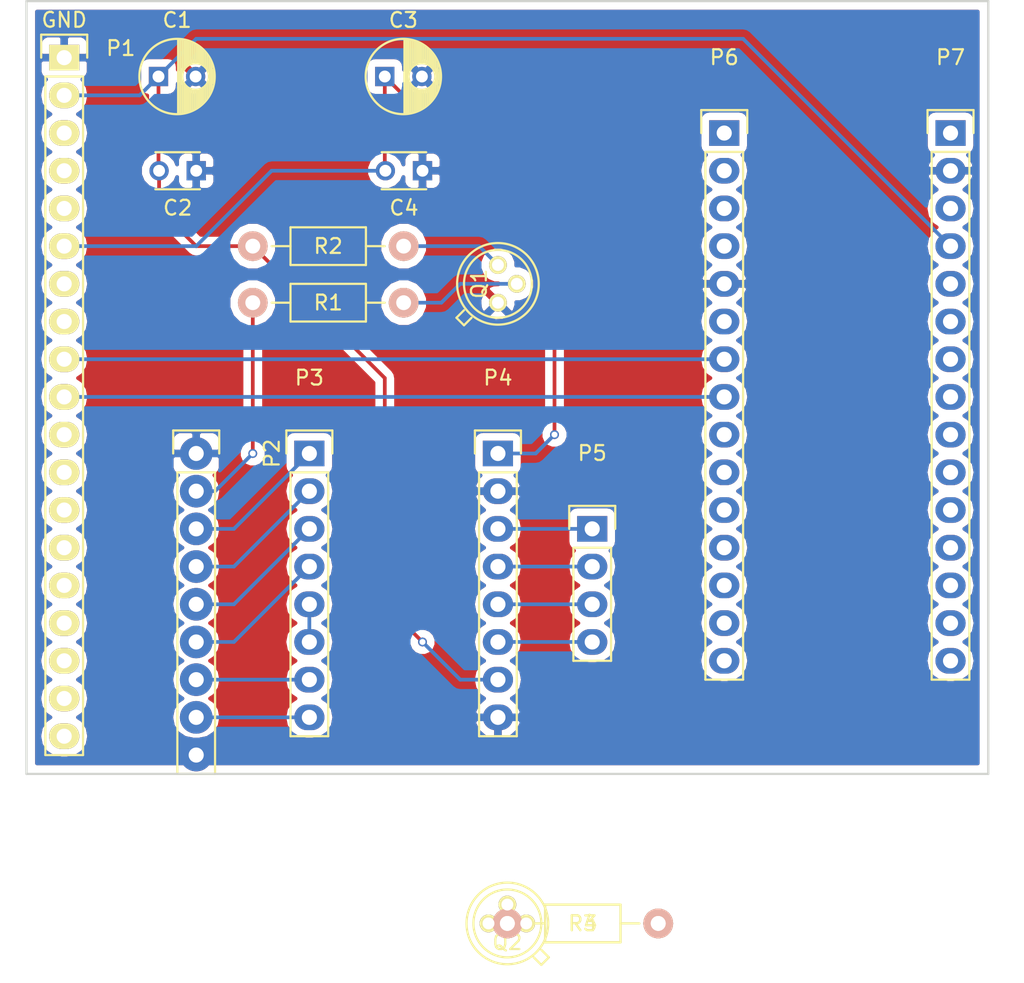
<source format=kicad_pcb>
(kicad_pcb (version 4) (host pcbnew 4.0.6-e0-6349~53~ubuntu16.04.1)

  (general
    (links 40)
    (no_connects 15)
    (area 78.151667 83.744999 147.273334 150.215001)
    (thickness 1.6)
    (drawings 4)
    (tracks 52)
    (zones 0)
    (modules 17)
    (nets 24)
  )

  (page A4)
  (layers
    (0 F.Cu signal)
    (31 B.Cu signal)
    (32 B.Adhes user)
    (33 F.Adhes user)
    (34 B.Paste user)
    (35 F.Paste user)
    (36 B.SilkS user)
    (37 F.SilkS user)
    (38 B.Mask user)
    (39 F.Mask user)
    (40 Dwgs.User user)
    (41 Cmts.User user)
    (42 Eco1.User user)
    (43 Eco2.User user)
    (44 Edge.Cuts user)
    (45 Margin user)
    (46 B.CrtYd user)
    (47 F.CrtYd user)
    (48 B.Fab user)
    (49 F.Fab user)
  )

  (setup
    (last_trace_width 0.25)
    (trace_clearance 0.2)
    (zone_clearance 0.508)
    (zone_45_only no)
    (trace_min 0.2)
    (segment_width 0.2)
    (edge_width 0.15)
    (via_size 0.6)
    (via_drill 0.4)
    (via_min_size 0.4)
    (via_min_drill 0.3)
    (uvia_size 0.3)
    (uvia_drill 0.1)
    (uvias_allowed no)
    (uvia_min_size 0.2)
    (uvia_min_drill 0.1)
    (pcb_text_width 0.3)
    (pcb_text_size 1.5 1.5)
    (mod_edge_width 0.15)
    (mod_text_size 1 1)
    (mod_text_width 0.15)
    (pad_size 1.524 1.524)
    (pad_drill 0.762)
    (pad_to_mask_clearance 0.2)
    (aux_axis_origin 0 0)
    (visible_elements FFFFFF7F)
    (pcbplotparams
      (layerselection 0x01030_80000001)
      (usegerberextensions false)
      (excludeedgelayer true)
      (linewidth 0.100000)
      (plotframeref false)
      (viasonmask false)
      (mode 1)
      (useauxorigin false)
      (hpglpennumber 1)
      (hpglpenspeed 20)
      (hpglpendiameter 15)
      (hpglpenoverlay 2)
      (psnegative false)
      (psa4output false)
      (plotreference true)
      (plotvalue true)
      (plotinvisibletext false)
      (padsonsilk false)
      (subtractmaskfromsilk false)
      (outputformat 1)
      (mirror false)
      (drillshape 0)
      (scaleselection 1)
      (outputdirectory ../gerber/))
  )

  (net 0 "")
  (net 1 "Net-(C1-Pad1)")
  (net 2 GND)
  (net 3 "Net-(C3-Pad1)")
  (net 4 "Net-(P1-Pad9)")
  (net 5 "Net-(P1-Pad10)")
  (net 6 "Net-(P1-Pad19)")
  (net 7 "Net-(P2-Pad3)")
  (net 8 "Net-(P2-Pad4)")
  (net 9 "Net-(P2-Pad5)")
  (net 10 "Net-(P2-Pad6)")
  (net 11 "Net-(P2-Pad7)")
  (net 12 "Net-(P2-Pad8)")
  (net 13 "Net-(P3-Pad5)")
  (net 14 "Net-(P4-Pad3)")
  (net 15 "Net-(P4-Pad4)")
  (net 16 "Net-(P4-Pad5)")
  (net 17 "Net-(P4-Pad6)")
  (net 18 "Net-(P6-Pad9)")
  (net 19 "Net-(Q1-Pad2)")
  (net 20 "Net-(P2-Pad1)")
  (net 21 "Net-(P2-Pad9)")
  (net 22 "Net-(P6-Pad5)")
  (net 23 "Net-(Q2-Pad2)")

  (net_class Default "This is the default net class."
    (clearance 0.2)
    (trace_width 0.25)
    (via_dia 0.6)
    (via_drill 0.4)
    (uvia_dia 0.3)
    (uvia_drill 0.1)
    (add_net GND)
    (add_net "Net-(C1-Pad1)")
    (add_net "Net-(C3-Pad1)")
    (add_net "Net-(P1-Pad10)")
    (add_net "Net-(P1-Pad19)")
    (add_net "Net-(P1-Pad9)")
    (add_net "Net-(P2-Pad1)")
    (add_net "Net-(P2-Pad3)")
    (add_net "Net-(P2-Pad4)")
    (add_net "Net-(P2-Pad5)")
    (add_net "Net-(P2-Pad6)")
    (add_net "Net-(P2-Pad7)")
    (add_net "Net-(P2-Pad8)")
    (add_net "Net-(P2-Pad9)")
    (add_net "Net-(P3-Pad5)")
    (add_net "Net-(P4-Pad3)")
    (add_net "Net-(P4-Pad4)")
    (add_net "Net-(P4-Pad5)")
    (add_net "Net-(P4-Pad6)")
    (add_net "Net-(P6-Pad5)")
    (add_net "Net-(P6-Pad9)")
    (add_net "Net-(Q1-Pad2)")
    (add_net "Net-(Q2-Pad2)")
  )

  (module Echopen:C_small_TH_echopen (layer F.Cu) (tedit 58406A4B) (tstamp 585A9CA5)
    (at 106.68 95.25 180)
    (descr "Capacitor 3mm Disc, Pitch 2.5mm")
    (tags Capacitor)
    (path /585A7F7C)
    (attr smd)
    (fp_text reference C4 (at 1.25 -2.5 180) (layer F.SilkS)
      (effects (font (size 1 1) (thickness 0.15)))
    )
    (fp_text value 100n (at 1.25 2.5 180) (layer F.Fab)
      (effects (font (size 1 1) (thickness 0.15)))
    )
    (fp_line (start -0.9 -1.5) (end 3.4 -1.5) (layer F.CrtYd) (width 0.05))
    (fp_line (start 3.4 -1.5) (end 3.4 1.5) (layer F.CrtYd) (width 0.05))
    (fp_line (start 3.4 1.5) (end -0.9 1.5) (layer F.CrtYd) (width 0.05))
    (fp_line (start -0.9 1.5) (end -0.9 -1.5) (layer F.CrtYd) (width 0.05))
    (fp_line (start -0.25 -1.25) (end 2.75 -1.25) (layer F.SilkS) (width 0.15))
    (fp_line (start 2.75 1.25) (end -0.25 1.25) (layer F.SilkS) (width 0.15))
    (pad 1 thru_hole rect (at 0 0 180) (size 1.3 1.3) (drill 0.8) (layers *.Cu *.Mask)
      (net 2 GND))
    (pad 2 thru_hole circle (at 2.5 0 180) (size 1.3 1.3) (drill 0.8001) (layers *.Cu *.Mask)
      (net 3 "Net-(C3-Pad1)"))
    (model Capacitors_ThroughHole.3dshapes/C_Disc_D3_P2.5.wrl
      (at (xyz 0.049213 0 0))
      (scale (xyz 1 1 1))
      (rotate (xyz 0 0 0))
    )
  )

  (module Echopen:Resistor_TH_common (layer F.Cu) (tedit 580DD939) (tstamp 585A96E9)
    (at 105.41 100.33 180)
    (descr "Resistor, Axial,  RM 10mm, 1/3W")
    (tags "Resistor Axial RM 10mm 1/3W")
    (path /585A85BB)
    (attr smd)
    (fp_text reference R2 (at 5.08 0 180) (layer F.SilkS)
      (effects (font (size 1 1) (thickness 0.15)))
    )
    (fp_text value 1.5k (at 5.08 1.905 180) (layer F.Fab)
      (effects (font (size 1 1) (thickness 0.15)))
    )
    (fp_line (start -1.25 -1.5) (end 11.4 -1.5) (layer F.CrtYd) (width 0.05))
    (fp_line (start -1.25 1.5) (end -1.25 -1.5) (layer F.CrtYd) (width 0.05))
    (fp_line (start 11.4 -1.5) (end 11.4 1.5) (layer F.CrtYd) (width 0.05))
    (fp_line (start -1.25 1.5) (end 11.4 1.5) (layer F.CrtYd) (width 0.05))
    (fp_line (start 2.54 -1.27) (end 7.62 -1.27) (layer F.SilkS) (width 0.15))
    (fp_line (start 7.62 -1.27) (end 7.62 1.27) (layer F.SilkS) (width 0.15))
    (fp_line (start 7.62 1.27) (end 2.54 1.27) (layer F.SilkS) (width 0.15))
    (fp_line (start 2.54 1.27) (end 2.54 -1.27) (layer F.SilkS) (width 0.15))
    (fp_line (start 2.54 0) (end 1.27 0) (layer F.SilkS) (width 0.15))
    (fp_line (start 7.62 0) (end 8.89 0) (layer F.SilkS) (width 0.15))
    (pad 1 thru_hole circle (at 0 0 180) (size 1.99898 1.99898) (drill 1.00076) (layers *.Cu *.SilkS *.Mask)
      (net 22 "Net-(P6-Pad5)"))
    (pad 2 thru_hole circle (at 10.16 0 180) (size 1.99898 1.99898) (drill 1.00076) (layers *.Cu *.SilkS *.Mask)
      (net 1 "Net-(C1-Pad1)"))
    (model Resistors_ThroughHole.3dshapes/Resistor_Horizontal_RM10mm.wrl
      (at (xyz 0.2 0 0))
      (scale (xyz 0.4 0.4 0.4))
      (rotate (xyz 0 0 0))
    )
  )

  (module Echopen:Resistor_TH_common (layer F.Cu) (tedit 580DD939) (tstamp 585A96D9)
    (at 105.41 104.14 180)
    (descr "Resistor, Axial,  RM 10mm, 1/3W")
    (tags "Resistor Axial RM 10mm 1/3W")
    (path /585A8455)
    (attr smd)
    (fp_text reference R1 (at 5.08 0 180) (layer F.SilkS)
      (effects (font (size 1 1) (thickness 0.15)))
    )
    (fp_text value 680 (at 5.08 1.905 180) (layer F.Fab)
      (effects (font (size 1 1) (thickness 0.15)))
    )
    (fp_line (start -1.25 -1.5) (end 11.4 -1.5) (layer F.CrtYd) (width 0.05))
    (fp_line (start -1.25 1.5) (end -1.25 -1.5) (layer F.CrtYd) (width 0.05))
    (fp_line (start 11.4 -1.5) (end 11.4 1.5) (layer F.CrtYd) (width 0.05))
    (fp_line (start -1.25 1.5) (end 11.4 1.5) (layer F.CrtYd) (width 0.05))
    (fp_line (start 2.54 -1.27) (end 7.62 -1.27) (layer F.SilkS) (width 0.15))
    (fp_line (start 7.62 -1.27) (end 7.62 1.27) (layer F.SilkS) (width 0.15))
    (fp_line (start 7.62 1.27) (end 2.54 1.27) (layer F.SilkS) (width 0.15))
    (fp_line (start 2.54 1.27) (end 2.54 -1.27) (layer F.SilkS) (width 0.15))
    (fp_line (start 2.54 0) (end 1.27 0) (layer F.SilkS) (width 0.15))
    (fp_line (start 7.62 0) (end 8.89 0) (layer F.SilkS) (width 0.15))
    (pad 1 thru_hole circle (at 0 0 180) (size 1.99898 1.99898) (drill 1.00076) (layers *.Cu *.SilkS *.Mask)
      (net 19 "Net-(Q1-Pad2)"))
    (pad 2 thru_hole circle (at 10.16 0 180) (size 1.99898 1.99898) (drill 1.00076) (layers *.Cu *.SilkS *.Mask)
      (net 7 "Net-(P2-Pad3)"))
    (model Resistors_ThroughHole.3dshapes/Resistor_Horizontal_RM10mm.wrl
      (at (xyz 0.2 0 0))
      (scale (xyz 0.4 0.4 0.4))
      (rotate (xyz 0 0 0))
    )
  )

  (module Echopen:TO-18_TH_common (layer F.Cu) (tedit 580DD979) (tstamp 585A96C9)
    (at 111.76 102.87 270)
    (descr "TO-18, 3Pin,")
    (tags "TO-18, 3Pin,")
    (path /585A8503)
    (attr smd)
    (fp_text reference Q1 (at 0 1.27 270) (layer F.SilkS)
      (effects (font (size 1 1) (thickness 0.15)))
    )
    (fp_text value 2N2222 (at 0 3.175 270) (layer F.Fab)
      (effects (font (size 1 1) (thickness 0.15)))
    )
    (fp_line (start 2.794 2.286) (end 2.286 1.778) (layer F.SilkS) (width 0.15))
    (fp_line (start 1.778 2.286) (end 2.286 2.794) (layer F.SilkS) (width 0.15))
    (fp_line (start 2.286 2.794) (end 2.794 2.286) (layer F.SilkS) (width 0.15))
    (fp_circle (center 0 0) (end 2.286 0) (layer F.SilkS) (width 0.15))
    (fp_circle (center 0 0) (end 2.75 0) (layer F.SilkS) (width 0.15))
    (pad 1 thru_hole circle (at 1.27 0 270) (size 1.2 1.2) (drill 0.8) (layers *.Cu *.Mask F.SilkS)
      (net 2 GND))
    (pad 2 thru_hole circle (at 0 -1.27 270) (size 1.2 1.2) (drill 0.8) (layers *.Cu *.Mask F.SilkS)
      (net 19 "Net-(Q1-Pad2)"))
    (pad 3 thru_hole circle (at -1.27 0 270) (size 1.2 1.2) (drill 0.8) (layers *.Cu *.Mask F.SilkS)
      (net 22 "Net-(P6-Pad5)"))
    (model TO_SOT_Packages_THT.3dshapes/TO-18_3Pin.wrl
      (at (xyz 0 0 0))
      (scale (xyz 0.3937 0.3937 0.3937))
      (rotate (xyz 0 0 0))
    )
  )

  (module Echopen:Pin_Header_Straight_1x15 (layer F.Cu) (tedit 0) (tstamp 585A96BD)
    (at 142.24 92.71)
    (descr "Through hole pin header")
    (tags "pin header")
    (path /585A81E2)
    (attr smd)
    (fp_text reference P7 (at 0 -5.1) (layer F.SilkS)
      (effects (font (size 1 1) (thickness 0.15)))
    )
    (fp_text value CONN_01X15 (at 0 -3.1) (layer F.Fab)
      (effects (font (size 1 1) (thickness 0.15)))
    )
    (fp_line (start -1.75 -1.75) (end -1.75 37.35) (layer F.CrtYd) (width 0.05))
    (fp_line (start 1.75 -1.75) (end 1.75 37.35) (layer F.CrtYd) (width 0.05))
    (fp_line (start -1.75 -1.75) (end 1.75 -1.75) (layer F.CrtYd) (width 0.05))
    (fp_line (start -1.75 37.35) (end 1.75 37.35) (layer F.CrtYd) (width 0.05))
    (fp_line (start -1.27 1.27) (end -1.27 36.83) (layer F.SilkS) (width 0.15))
    (fp_line (start -1.27 36.83) (end 1.27 36.83) (layer F.SilkS) (width 0.15))
    (fp_line (start 1.27 36.83) (end 1.27 1.27) (layer F.SilkS) (width 0.15))
    (fp_line (start 1.55 -1.55) (end 1.55 0) (layer F.SilkS) (width 0.15))
    (fp_line (start 1.27 1.27) (end -1.27 1.27) (layer F.SilkS) (width 0.15))
    (fp_line (start -1.55 0) (end -1.55 -1.55) (layer F.SilkS) (width 0.15))
    (fp_line (start -1.55 -1.55) (end 1.55 -1.55) (layer F.SilkS) (width 0.15))
    (pad 1 thru_hole rect (at 0 0) (size 2.032 1.7272) (drill 1.016) (layers *.Cu *.Mask))
    (pad 2 thru_hole oval (at 0 2.54) (size 2.032 1.7272) (drill 1.016) (layers *.Cu *.Mask)
      (net 2 GND))
    (pad 3 thru_hole oval (at 0 5.08) (size 2.032 1.7272) (drill 1.016) (layers *.Cu *.Mask))
    (pad 4 thru_hole oval (at 0 7.62) (size 2.032 1.7272) (drill 1.016) (layers *.Cu *.Mask)
      (net 1 "Net-(C1-Pad1)"))
    (pad 5 thru_hole oval (at 0 10.16) (size 2.032 1.7272) (drill 1.016) (layers *.Cu *.Mask))
    (pad 6 thru_hole oval (at 0 12.7) (size 2.032 1.7272) (drill 1.016) (layers *.Cu *.Mask))
    (pad 7 thru_hole oval (at 0 15.24) (size 2.032 1.7272) (drill 1.016) (layers *.Cu *.Mask))
    (pad 8 thru_hole oval (at 0 17.78) (size 2.032 1.7272) (drill 1.016) (layers *.Cu *.Mask))
    (pad 9 thru_hole oval (at 0 20.32) (size 2.032 1.7272) (drill 1.016) (layers *.Cu *.Mask))
    (pad 10 thru_hole oval (at 0 22.86) (size 2.032 1.7272) (drill 1.016) (layers *.Cu *.Mask))
    (pad 11 thru_hole oval (at 0 25.4) (size 2.032 1.7272) (drill 1.016) (layers *.Cu *.Mask))
    (pad 12 thru_hole oval (at 0 27.94) (size 2.032 1.7272) (drill 1.016) (layers *.Cu *.Mask))
    (pad 13 thru_hole oval (at 0 30.48) (size 2.032 1.7272) (drill 1.016) (layers *.Cu *.Mask))
    (pad 14 thru_hole oval (at 0 33.02) (size 2.032 1.7272) (drill 1.016) (layers *.Cu *.Mask))
    (pad 15 thru_hole oval (at 0 35.56) (size 2.032 1.7272) (drill 1.016) (layers *.Cu *.Mask))
    (model Socket_Strips.3dshapes/Socket_Strip_Straight_1x15.wrl
      (at (xyz 0 -0.7 0))
      (scale (xyz 1 1 1))
      (rotate (xyz 0 0 90))
    )
  )

  (module Echopen:Pin_Header_Straight_1x15 (layer F.Cu) (tedit 0) (tstamp 585A969F)
    (at 127 92.71)
    (descr "Through hole pin header")
    (tags "pin header")
    (path /585A818D)
    (attr smd)
    (fp_text reference P6 (at 0 -5.1) (layer F.SilkS)
      (effects (font (size 1 1) (thickness 0.15)))
    )
    (fp_text value CONN_01X15 (at 0 -3.1) (layer F.Fab)
      (effects (font (size 1 1) (thickness 0.15)))
    )
    (fp_line (start -1.75 -1.75) (end -1.75 37.35) (layer F.CrtYd) (width 0.05))
    (fp_line (start 1.75 -1.75) (end 1.75 37.35) (layer F.CrtYd) (width 0.05))
    (fp_line (start -1.75 -1.75) (end 1.75 -1.75) (layer F.CrtYd) (width 0.05))
    (fp_line (start -1.75 37.35) (end 1.75 37.35) (layer F.CrtYd) (width 0.05))
    (fp_line (start -1.27 1.27) (end -1.27 36.83) (layer F.SilkS) (width 0.15))
    (fp_line (start -1.27 36.83) (end 1.27 36.83) (layer F.SilkS) (width 0.15))
    (fp_line (start 1.27 36.83) (end 1.27 1.27) (layer F.SilkS) (width 0.15))
    (fp_line (start 1.55 -1.55) (end 1.55 0) (layer F.SilkS) (width 0.15))
    (fp_line (start 1.27 1.27) (end -1.27 1.27) (layer F.SilkS) (width 0.15))
    (fp_line (start -1.55 0) (end -1.55 -1.55) (layer F.SilkS) (width 0.15))
    (fp_line (start -1.55 -1.55) (end 1.55 -1.55) (layer F.SilkS) (width 0.15))
    (pad 1 thru_hole rect (at 0 0) (size 2.032 1.7272) (drill 1.016) (layers *.Cu *.Mask))
    (pad 2 thru_hole oval (at 0 2.54) (size 2.032 1.7272) (drill 1.016) (layers *.Cu *.Mask))
    (pad 3 thru_hole oval (at 0 5.08) (size 2.032 1.7272) (drill 1.016) (layers *.Cu *.Mask))
    (pad 4 thru_hole oval (at 0 7.62) (size 2.032 1.7272) (drill 1.016) (layers *.Cu *.Mask))
    (pad 5 thru_hole oval (at 0 10.16) (size 2.032 1.7272) (drill 1.016) (layers *.Cu *.Mask)
      (net 22 "Net-(P6-Pad5)"))
    (pad 6 thru_hole oval (at 0 12.7) (size 2.032 1.7272) (drill 1.016) (layers *.Cu *.Mask))
    (pad 7 thru_hole oval (at 0 15.24) (size 2.032 1.7272) (drill 1.016) (layers *.Cu *.Mask)
      (net 4 "Net-(P1-Pad9)"))
    (pad 8 thru_hole oval (at 0 17.78) (size 2.032 1.7272) (drill 1.016) (layers *.Cu *.Mask)
      (net 5 "Net-(P1-Pad10)"))
    (pad 9 thru_hole oval (at 0 20.32) (size 2.032 1.7272) (drill 1.016) (layers *.Cu *.Mask)
      (net 18 "Net-(P6-Pad9)"))
    (pad 10 thru_hole oval (at 0 22.86) (size 2.032 1.7272) (drill 1.016) (layers *.Cu *.Mask))
    (pad 11 thru_hole oval (at 0 25.4) (size 2.032 1.7272) (drill 1.016) (layers *.Cu *.Mask))
    (pad 12 thru_hole oval (at 0 27.94) (size 2.032 1.7272) (drill 1.016) (layers *.Cu *.Mask))
    (pad 13 thru_hole oval (at 0 30.48) (size 2.032 1.7272) (drill 1.016) (layers *.Cu *.Mask))
    (pad 14 thru_hole oval (at 0 33.02) (size 2.032 1.7272) (drill 1.016) (layers *.Cu *.Mask))
    (pad 15 thru_hole oval (at 0 35.56) (size 2.032 1.7272) (drill 1.016) (layers *.Cu *.Mask))
    (model Socket_Strips.3dshapes/Socket_Strip_Straight_1x15.wrl
      (at (xyz 0 -0.7 0))
      (scale (xyz 1 1 1))
      (rotate (xyz 0 0 90))
    )
  )

  (module Echopen:Pin_Header_Straight_1x04 (layer F.Cu) (tedit 0) (tstamp 585A9681)
    (at 118.11 119.38)
    (descr "Through hole pin header")
    (tags "pin header")
    (path /585A7A9E)
    (attr smd)
    (fp_text reference P5 (at 0 -5.1) (layer F.SilkS)
      (effects (font (size 1 1) (thickness 0.15)))
    )
    (fp_text value CONN_01X04 (at 0 -3.1) (layer F.Fab)
      (effects (font (size 1 1) (thickness 0.15)))
    )
    (fp_line (start -1.75 -1.75) (end -1.75 9.4) (layer F.CrtYd) (width 0.05))
    (fp_line (start 1.75 -1.75) (end 1.75 9.4) (layer F.CrtYd) (width 0.05))
    (fp_line (start -1.75 -1.75) (end 1.75 -1.75) (layer F.CrtYd) (width 0.05))
    (fp_line (start -1.75 9.4) (end 1.75 9.4) (layer F.CrtYd) (width 0.05))
    (fp_line (start -1.27 1.27) (end -1.27 8.89) (layer F.SilkS) (width 0.15))
    (fp_line (start 1.27 1.27) (end 1.27 8.89) (layer F.SilkS) (width 0.15))
    (fp_line (start 1.55 -1.55) (end 1.55 0) (layer F.SilkS) (width 0.15))
    (fp_line (start -1.27 8.89) (end 1.27 8.89) (layer F.SilkS) (width 0.15))
    (fp_line (start 1.27 1.27) (end -1.27 1.27) (layer F.SilkS) (width 0.15))
    (fp_line (start -1.55 0) (end -1.55 -1.55) (layer F.SilkS) (width 0.15))
    (fp_line (start -1.55 -1.55) (end 1.55 -1.55) (layer F.SilkS) (width 0.15))
    (pad 1 thru_hole rect (at 0 0) (size 2.032 1.7272) (drill 1.016) (layers *.Cu *.Mask)
      (net 14 "Net-(P4-Pad3)"))
    (pad 2 thru_hole oval (at 0 2.54) (size 2.032 1.7272) (drill 1.016) (layers *.Cu *.Mask)
      (net 15 "Net-(P4-Pad4)"))
    (pad 3 thru_hole oval (at 0 5.08) (size 2.032 1.7272) (drill 1.016) (layers *.Cu *.Mask)
      (net 16 "Net-(P4-Pad5)"))
    (pad 4 thru_hole oval (at 0 7.62) (size 2.032 1.7272) (drill 1.016) (layers *.Cu *.Mask)
      (net 17 "Net-(P4-Pad6)"))
    (model Socket_Strips.3dshapes/Socket_Strip_Straight_1x04.wrl
      (at (xyz 0 -0.15 0))
      (scale (xyz 1 1 1))
      (rotate (xyz 0 0 90))
    )
  )

  (module Echopen:Pin_Header_Straight_1x08 (layer F.Cu) (tedit 0) (tstamp 585A966E)
    (at 111.76 114.3)
    (descr "Through hole pin header")
    (tags "pin header")
    (path /585A78FF)
    (attr smd)
    (fp_text reference P4 (at 0 -5.1) (layer F.SilkS)
      (effects (font (size 1 1) (thickness 0.15)))
    )
    (fp_text value CONN_01X08 (at 0 -3.1) (layer F.Fab)
      (effects (font (size 1 1) (thickness 0.15)))
    )
    (fp_line (start -1.75 -1.75) (end -1.75 19.55) (layer F.CrtYd) (width 0.05))
    (fp_line (start 1.75 -1.75) (end 1.75 19.55) (layer F.CrtYd) (width 0.05))
    (fp_line (start -1.75 -1.75) (end 1.75 -1.75) (layer F.CrtYd) (width 0.05))
    (fp_line (start -1.75 19.55) (end 1.75 19.55) (layer F.CrtYd) (width 0.05))
    (fp_line (start 1.27 1.27) (end 1.27 19.05) (layer F.SilkS) (width 0.15))
    (fp_line (start 1.27 19.05) (end -1.27 19.05) (layer F.SilkS) (width 0.15))
    (fp_line (start -1.27 19.05) (end -1.27 1.27) (layer F.SilkS) (width 0.15))
    (fp_line (start 1.55 -1.55) (end 1.55 0) (layer F.SilkS) (width 0.15))
    (fp_line (start 1.27 1.27) (end -1.27 1.27) (layer F.SilkS) (width 0.15))
    (fp_line (start -1.55 0) (end -1.55 -1.55) (layer F.SilkS) (width 0.15))
    (fp_line (start -1.55 -1.55) (end 1.55 -1.55) (layer F.SilkS) (width 0.15))
    (pad 1 thru_hole rect (at 0 0) (size 2.032 1.7272) (drill 1.016) (layers *.Cu *.Mask)
      (net 3 "Net-(C3-Pad1)"))
    (pad 2 thru_hole oval (at 0 2.54) (size 2.032 1.7272) (drill 1.016) (layers *.Cu *.Mask)
      (net 2 GND))
    (pad 3 thru_hole oval (at 0 5.08) (size 2.032 1.7272) (drill 1.016) (layers *.Cu *.Mask)
      (net 14 "Net-(P4-Pad3)"))
    (pad 4 thru_hole oval (at 0 7.62) (size 2.032 1.7272) (drill 1.016) (layers *.Cu *.Mask)
      (net 15 "Net-(P4-Pad4)"))
    (pad 5 thru_hole oval (at 0 10.16) (size 2.032 1.7272) (drill 1.016) (layers *.Cu *.Mask)
      (net 16 "Net-(P4-Pad5)"))
    (pad 6 thru_hole oval (at 0 12.7) (size 2.032 1.7272) (drill 1.016) (layers *.Cu *.Mask)
      (net 17 "Net-(P4-Pad6)"))
    (pad 7 thru_hole oval (at 0 15.24) (size 2.032 1.7272) (drill 1.016) (layers *.Cu *.Mask)
      (net 1 "Net-(C1-Pad1)"))
    (pad 8 thru_hole oval (at 0 17.78) (size 2.032 1.7272) (drill 1.016) (layers *.Cu *.Mask)
      (net 2 GND))
    (model Socket_Strips.3dshapes/Socket_Strip_Straight_1x08.wrl
      (at (xyz 0 -0.35 0))
      (scale (xyz 1 1 1))
      (rotate (xyz 0 0 90))
    )
  )

  (module Echopen:Pin_Header_Straight_1x08 (layer F.Cu) (tedit 0) (tstamp 585A9657)
    (at 99.06 114.3)
    (descr "Through hole pin header")
    (tags "pin header")
    (path /585A78B1)
    (attr smd)
    (fp_text reference P3 (at 0 -5.1) (layer F.SilkS)
      (effects (font (size 1 1) (thickness 0.15)))
    )
    (fp_text value CONN_01X08 (at 0 -3.1) (layer F.Fab)
      (effects (font (size 1 1) (thickness 0.15)))
    )
    (fp_line (start -1.75 -1.75) (end -1.75 19.55) (layer F.CrtYd) (width 0.05))
    (fp_line (start 1.75 -1.75) (end 1.75 19.55) (layer F.CrtYd) (width 0.05))
    (fp_line (start -1.75 -1.75) (end 1.75 -1.75) (layer F.CrtYd) (width 0.05))
    (fp_line (start -1.75 19.55) (end 1.75 19.55) (layer F.CrtYd) (width 0.05))
    (fp_line (start 1.27 1.27) (end 1.27 19.05) (layer F.SilkS) (width 0.15))
    (fp_line (start 1.27 19.05) (end -1.27 19.05) (layer F.SilkS) (width 0.15))
    (fp_line (start -1.27 19.05) (end -1.27 1.27) (layer F.SilkS) (width 0.15))
    (fp_line (start 1.55 -1.55) (end 1.55 0) (layer F.SilkS) (width 0.15))
    (fp_line (start 1.27 1.27) (end -1.27 1.27) (layer F.SilkS) (width 0.15))
    (fp_line (start -1.55 0) (end -1.55 -1.55) (layer F.SilkS) (width 0.15))
    (fp_line (start -1.55 -1.55) (end 1.55 -1.55) (layer F.SilkS) (width 0.15))
    (pad 1 thru_hole rect (at 0 0) (size 2.032 1.7272) (drill 1.016) (layers *.Cu *.Mask)
      (net 8 "Net-(P2-Pad4)"))
    (pad 2 thru_hole oval (at 0 2.54) (size 2.032 1.7272) (drill 1.016) (layers *.Cu *.Mask)
      (net 9 "Net-(P2-Pad5)"))
    (pad 3 thru_hole oval (at 0 5.08) (size 2.032 1.7272) (drill 1.016) (layers *.Cu *.Mask)
      (net 10 "Net-(P2-Pad6)"))
    (pad 4 thru_hole oval (at 0 7.62) (size 2.032 1.7272) (drill 1.016) (layers *.Cu *.Mask)
      (net 11 "Net-(P2-Pad7)"))
    (pad 5 thru_hole oval (at 0 10.16) (size 2.032 1.7272) (drill 1.016) (layers *.Cu *.Mask)
      (net 13 "Net-(P3-Pad5)"))
    (pad 6 thru_hole oval (at 0 12.7) (size 2.032 1.7272) (drill 1.016) (layers *.Cu *.Mask)
      (net 13 "Net-(P3-Pad5)"))
    (pad 7 thru_hole oval (at 0 15.24) (size 2.032 1.7272) (drill 1.016) (layers *.Cu *.Mask)
      (net 12 "Net-(P2-Pad8)"))
    (pad 8 thru_hole oval (at 0 17.78) (size 2.032 1.7272) (drill 1.016) (layers *.Cu *.Mask)
      (net 21 "Net-(P2-Pad9)"))
    (model Socket_Strips.3dshapes/Socket_Strip_Straight_1x08.wrl
      (at (xyz 0 -0.35 0))
      (scale (xyz 1 1 1))
      (rotate (xyz 0 0 90))
    )
  )

  (module Echopen:Header_pin_angled_1x19 (layer F.Cu) (tedit 580DDAA9) (tstamp 585A9629)
    (at 82.55 110.49)
    (descr "Through hole socket strip")
    (tags "socket strip")
    (path /585A5EA2)
    (attr smd)
    (fp_text reference P1 (at 3.81 -23.495) (layer F.SilkS)
      (effects (font (size 1 1) (thickness 0.15)))
    )
    (fp_text value CONN_01X19 (at 0.635 26.035) (layer F.Fab)
      (effects (font (size 1 1) (thickness 0.15)))
    )
    (fp_text user GND (at 0 -25.4) (layer F.SilkS)
      (effects (font (size 1 1) (thickness 0.15)))
    )
    (fp_line (start 1.75 -24.61) (end -1.75 -24.61) (layer F.CrtYd) (width 0.05))
    (fp_line (start 1.75 24.64) (end -1.75 24.64) (layer F.CrtYd) (width 0.05))
    (fp_line (start 1.75 -24.61) (end 1.75 24.64) (layer F.CrtYd) (width 0.05))
    (fp_line (start -1.75 -24.61) (end -1.75 24.64) (layer F.CrtYd) (width 0.05))
    (fp_line (start -1.27 -21.59) (end -1.27 24.13) (layer F.SilkS) (width 0.15))
    (fp_line (start -1.27 24.13) (end 1.27 24.13) (layer F.SilkS) (width 0.15))
    (fp_line (start 1.27 24.13) (end 1.27 -21.59) (layer F.SilkS) (width 0.15))
    (fp_line (start -1.55 -24.41) (end -1.55 -22.86) (layer F.SilkS) (width 0.15))
    (fp_line (start -1.27 -21.59) (end 1.27 -21.59) (layer F.SilkS) (width 0.15))
    (fp_line (start 1.55 -22.86) (end 1.55 -24.41) (layer F.SilkS) (width 0.15))
    (fp_line (start 1.55 -24.41) (end -1.55 -24.41) (layer F.SilkS) (width 0.15))
    (pad 1 thru_hole rect (at 0 -22.86 270) (size 1.7272 2.032) (drill 1.016) (layers *.Cu *.Mask F.SilkS)
      (net 2 GND))
    (pad 2 thru_hole oval (at 0 -20.32 270) (size 1.7272 2.032) (drill 1.016) (layers *.Cu *.Mask F.SilkS)
      (net 1 "Net-(C1-Pad1)"))
    (pad 3 thru_hole oval (at 0 -17.78 270) (size 1.7272 2.032) (drill 1.016) (layers *.Cu *.Mask F.SilkS))
    (pad 4 thru_hole oval (at 0 -15.24 270) (size 1.7272 2.032) (drill 1.016) (layers *.Cu *.Mask F.SilkS))
    (pad 5 thru_hole oval (at 0 -12.7 270) (size 1.7272 2.032) (drill 1.016) (layers *.Cu *.Mask F.SilkS))
    (pad 6 thru_hole oval (at 0 -10.16 270) (size 1.7272 2.032) (drill 1.016) (layers *.Cu *.Mask F.SilkS)
      (net 3 "Net-(C3-Pad1)"))
    (pad 7 thru_hole oval (at 0 -7.62 270) (size 1.7272 2.032) (drill 1.016) (layers *.Cu *.Mask F.SilkS))
    (pad 8 thru_hole oval (at 0 -5.08 270) (size 1.7272 2.032) (drill 1.016) (layers *.Cu *.Mask F.SilkS))
    (pad 9 thru_hole oval (at 0 -2.54 270) (size 1.7272 2.032) (drill 1.016) (layers *.Cu *.Mask F.SilkS)
      (net 4 "Net-(P1-Pad9)"))
    (pad 10 thru_hole oval (at 0 0 270) (size 1.7272 2.032) (drill 1.016) (layers *.Cu *.Mask F.SilkS)
      (net 5 "Net-(P1-Pad10)"))
    (pad 11 thru_hole oval (at 0 2.54 270) (size 1.7272 2.032) (drill 1.016) (layers *.Cu *.Mask F.SilkS))
    (pad 12 thru_hole oval (at 0 5.08 270) (size 1.7272 2.032) (drill 1.016) (layers *.Cu *.Mask F.SilkS))
    (pad 13 thru_hole oval (at 0 7.62 270) (size 1.7272 2.032) (drill 1.016) (layers *.Cu *.Mask F.SilkS))
    (pad 14 thru_hole oval (at 0 10.16 270) (size 1.7272 2.032) (drill 1.016) (layers *.Cu *.Mask F.SilkS))
    (pad 15 thru_hole oval (at 0 12.7 270) (size 1.7272 2.032) (drill 1.016) (layers *.Cu *.Mask F.SilkS))
    (pad 16 thru_hole oval (at 0 15.24 270) (size 1.7272 2.032) (drill 1.016) (layers *.Cu *.Mask F.SilkS))
    (pad 17 thru_hole oval (at 0 17.78 270) (size 1.7272 2.032) (drill 1.016) (layers *.Cu *.Mask F.SilkS))
    (pad 18 thru_hole oval (at 0 20.32 270) (size 1.7272 2.032) (drill 1.016) (layers *.Cu *.Mask F.SilkS))
    (pad 19 thru_hole oval (at 0 22.86 270) (size 1.7272 2.032) (drill 1.016) (layers *.Cu *.Mask F.SilkS)
      (net 6 "Net-(P1-Pad19)"))
    (model Pin_Headers.3dshapes/Pin_Header_Angled_1x19.wrl
      (at (xyz 0 0 0))
      (scale (xyz 1 1 1))
      (rotate (xyz 0 0 -90))
    )
  )

  (module Echopen:CP_small_TH_echopen (layer F.Cu) (tedit 584056D1) (tstamp 585A95DE)
    (at 104.14 88.9)
    (descr "Radial Electrolytic Capacitor Diameter 5mm x Length 6mm, Pitch 2.5mm")
    (tags "Electrolytic Capacitor")
    (path /585A7EE8)
    (attr smd)
    (fp_text reference C3 (at 1.25 -3.8) (layer F.SilkS)
      (effects (font (size 1 1) (thickness 0.15)))
    )
    (fp_text value 100u (at 1.25 3.8) (layer F.Fab)
      (effects (font (size 1 1) (thickness 0.15)))
    )
    (fp_line (start 1.325 -2.499) (end 1.325 2.499) (layer F.SilkS) (width 0.15))
    (fp_line (start 1.465 -2.491) (end 1.465 2.491) (layer F.SilkS) (width 0.15))
    (fp_line (start 1.605 -2.475) (end 1.605 -0.095) (layer F.SilkS) (width 0.15))
    (fp_line (start 1.605 0.095) (end 1.605 2.475) (layer F.SilkS) (width 0.15))
    (fp_line (start 1.745 -2.451) (end 1.745 -0.49) (layer F.SilkS) (width 0.15))
    (fp_line (start 1.745 0.49) (end 1.745 2.451) (layer F.SilkS) (width 0.15))
    (fp_line (start 1.885 -2.418) (end 1.885 -0.657) (layer F.SilkS) (width 0.15))
    (fp_line (start 1.885 0.657) (end 1.885 2.418) (layer F.SilkS) (width 0.15))
    (fp_line (start 2.025 -2.377) (end 2.025 -0.764) (layer F.SilkS) (width 0.15))
    (fp_line (start 2.025 0.764) (end 2.025 2.377) (layer F.SilkS) (width 0.15))
    (fp_line (start 2.165 -2.327) (end 2.165 -0.835) (layer F.SilkS) (width 0.15))
    (fp_line (start 2.165 0.835) (end 2.165 2.327) (layer F.SilkS) (width 0.15))
    (fp_line (start 2.305 -2.266) (end 2.305 -0.879) (layer F.SilkS) (width 0.15))
    (fp_line (start 2.305 0.879) (end 2.305 2.266) (layer F.SilkS) (width 0.15))
    (fp_line (start 2.445 -2.196) (end 2.445 -0.898) (layer F.SilkS) (width 0.15))
    (fp_line (start 2.445 0.898) (end 2.445 2.196) (layer F.SilkS) (width 0.15))
    (fp_line (start 2.585 -2.114) (end 2.585 -0.896) (layer F.SilkS) (width 0.15))
    (fp_line (start 2.585 0.896) (end 2.585 2.114) (layer F.SilkS) (width 0.15))
    (fp_line (start 2.725 -2.019) (end 2.725 -0.871) (layer F.SilkS) (width 0.15))
    (fp_line (start 2.725 0.871) (end 2.725 2.019) (layer F.SilkS) (width 0.15))
    (fp_line (start 2.865 -1.908) (end 2.865 -0.823) (layer F.SilkS) (width 0.15))
    (fp_line (start 2.865 0.823) (end 2.865 1.908) (layer F.SilkS) (width 0.15))
    (fp_line (start 3.005 -1.78) (end 3.005 -0.745) (layer F.SilkS) (width 0.15))
    (fp_line (start 3.005 0.745) (end 3.005 1.78) (layer F.SilkS) (width 0.15))
    (fp_line (start 3.145 -1.631) (end 3.145 -0.628) (layer F.SilkS) (width 0.15))
    (fp_line (start 3.145 0.628) (end 3.145 1.631) (layer F.SilkS) (width 0.15))
    (fp_line (start 3.285 -1.452) (end 3.285 -0.44) (layer F.SilkS) (width 0.15))
    (fp_line (start 3.285 0.44) (end 3.285 1.452) (layer F.SilkS) (width 0.15))
    (fp_line (start 3.425 -1.233) (end 3.425 1.233) (layer F.SilkS) (width 0.15))
    (fp_line (start 3.565 -0.944) (end 3.565 0.944) (layer F.SilkS) (width 0.15))
    (fp_line (start 3.705 -0.472) (end 3.705 0.472) (layer F.SilkS) (width 0.15))
    (fp_circle (center 2.5 0) (end 2.5 -0.9) (layer F.SilkS) (width 0.15))
    (fp_circle (center 1.25 0) (end 1.25 -2.5375) (layer F.SilkS) (width 0.15))
    (fp_circle (center 1.25 0) (end 1.25 -2.8) (layer F.CrtYd) (width 0.05))
    (pad 1 thru_hole rect (at 0 0) (size 1.3 1.3) (drill 0.8) (layers *.Cu *.Mask)
      (net 3 "Net-(C3-Pad1)"))
    (pad 2 thru_hole circle (at 2.5 0) (size 1.3 1.3) (drill 0.8) (layers *.Cu *.Mask)
      (net 2 GND))
    (model Capacitors_ThroughHole.3dshapes/C_Radial_D5_L6_P2.5.wrl
      (at (xyz 0.049213 0 0))
      (scale (xyz 1 1 1))
      (rotate (xyz 0 0 90))
    )
  )

  (module Echopen:C_small_TH_echopen (layer F.Cu) (tedit 58406A4B) (tstamp 585A95B6)
    (at 91.44 95.25 180)
    (descr "Capacitor 3mm Disc, Pitch 2.5mm")
    (tags Capacitor)
    (path /585A5FAE)
    (attr smd)
    (fp_text reference C2 (at 1.25 -2.5 180) (layer F.SilkS)
      (effects (font (size 1 1) (thickness 0.15)))
    )
    (fp_text value 100n (at 1.25 2.5 180) (layer F.Fab)
      (effects (font (size 1 1) (thickness 0.15)))
    )
    (fp_line (start -0.9 -1.5) (end 3.4 -1.5) (layer F.CrtYd) (width 0.05))
    (fp_line (start 3.4 -1.5) (end 3.4 1.5) (layer F.CrtYd) (width 0.05))
    (fp_line (start 3.4 1.5) (end -0.9 1.5) (layer F.CrtYd) (width 0.05))
    (fp_line (start -0.9 1.5) (end -0.9 -1.5) (layer F.CrtYd) (width 0.05))
    (fp_line (start -0.25 -1.25) (end 2.75 -1.25) (layer F.SilkS) (width 0.15))
    (fp_line (start 2.75 1.25) (end -0.25 1.25) (layer F.SilkS) (width 0.15))
    (pad 1 thru_hole rect (at 0 0 180) (size 1.3 1.3) (drill 0.8) (layers *.Cu *.Mask)
      (net 2 GND))
    (pad 2 thru_hole circle (at 2.5 0 180) (size 1.3 1.3) (drill 0.8001) (layers *.Cu *.Mask)
      (net 1 "Net-(C1-Pad1)"))
    (model Capacitors_ThroughHole.3dshapes/C_Disc_D3_P2.5.wrl
      (at (xyz 0.049213 0 0))
      (scale (xyz 1 1 1))
      (rotate (xyz 0 0 0))
    )
  )

  (module Echopen:CP_small_TH_echopen (layer F.Cu) (tedit 584056D1) (tstamp 585A95AA)
    (at 88.9 88.9)
    (descr "Radial Electrolytic Capacitor Diameter 5mm x Length 6mm, Pitch 2.5mm")
    (tags "Electrolytic Capacitor")
    (path /585A5F3A)
    (attr smd)
    (fp_text reference C1 (at 1.25 -3.8) (layer F.SilkS)
      (effects (font (size 1 1) (thickness 0.15)))
    )
    (fp_text value 10u (at 1.25 3.8) (layer F.Fab)
      (effects (font (size 1 1) (thickness 0.15)))
    )
    (fp_line (start 1.325 -2.499) (end 1.325 2.499) (layer F.SilkS) (width 0.15))
    (fp_line (start 1.465 -2.491) (end 1.465 2.491) (layer F.SilkS) (width 0.15))
    (fp_line (start 1.605 -2.475) (end 1.605 -0.095) (layer F.SilkS) (width 0.15))
    (fp_line (start 1.605 0.095) (end 1.605 2.475) (layer F.SilkS) (width 0.15))
    (fp_line (start 1.745 -2.451) (end 1.745 -0.49) (layer F.SilkS) (width 0.15))
    (fp_line (start 1.745 0.49) (end 1.745 2.451) (layer F.SilkS) (width 0.15))
    (fp_line (start 1.885 -2.418) (end 1.885 -0.657) (layer F.SilkS) (width 0.15))
    (fp_line (start 1.885 0.657) (end 1.885 2.418) (layer F.SilkS) (width 0.15))
    (fp_line (start 2.025 -2.377) (end 2.025 -0.764) (layer F.SilkS) (width 0.15))
    (fp_line (start 2.025 0.764) (end 2.025 2.377) (layer F.SilkS) (width 0.15))
    (fp_line (start 2.165 -2.327) (end 2.165 -0.835) (layer F.SilkS) (width 0.15))
    (fp_line (start 2.165 0.835) (end 2.165 2.327) (layer F.SilkS) (width 0.15))
    (fp_line (start 2.305 -2.266) (end 2.305 -0.879) (layer F.SilkS) (width 0.15))
    (fp_line (start 2.305 0.879) (end 2.305 2.266) (layer F.SilkS) (width 0.15))
    (fp_line (start 2.445 -2.196) (end 2.445 -0.898) (layer F.SilkS) (width 0.15))
    (fp_line (start 2.445 0.898) (end 2.445 2.196) (layer F.SilkS) (width 0.15))
    (fp_line (start 2.585 -2.114) (end 2.585 -0.896) (layer F.SilkS) (width 0.15))
    (fp_line (start 2.585 0.896) (end 2.585 2.114) (layer F.SilkS) (width 0.15))
    (fp_line (start 2.725 -2.019) (end 2.725 -0.871) (layer F.SilkS) (width 0.15))
    (fp_line (start 2.725 0.871) (end 2.725 2.019) (layer F.SilkS) (width 0.15))
    (fp_line (start 2.865 -1.908) (end 2.865 -0.823) (layer F.SilkS) (width 0.15))
    (fp_line (start 2.865 0.823) (end 2.865 1.908) (layer F.SilkS) (width 0.15))
    (fp_line (start 3.005 -1.78) (end 3.005 -0.745) (layer F.SilkS) (width 0.15))
    (fp_line (start 3.005 0.745) (end 3.005 1.78) (layer F.SilkS) (width 0.15))
    (fp_line (start 3.145 -1.631) (end 3.145 -0.628) (layer F.SilkS) (width 0.15))
    (fp_line (start 3.145 0.628) (end 3.145 1.631) (layer F.SilkS) (width 0.15))
    (fp_line (start 3.285 -1.452) (end 3.285 -0.44) (layer F.SilkS) (width 0.15))
    (fp_line (start 3.285 0.44) (end 3.285 1.452) (layer F.SilkS) (width 0.15))
    (fp_line (start 3.425 -1.233) (end 3.425 1.233) (layer F.SilkS) (width 0.15))
    (fp_line (start 3.565 -0.944) (end 3.565 0.944) (layer F.SilkS) (width 0.15))
    (fp_line (start 3.705 -0.472) (end 3.705 0.472) (layer F.SilkS) (width 0.15))
    (fp_circle (center 2.5 0) (end 2.5 -0.9) (layer F.SilkS) (width 0.15))
    (fp_circle (center 1.25 0) (end 1.25 -2.5375) (layer F.SilkS) (width 0.15))
    (fp_circle (center 1.25 0) (end 1.25 -2.8) (layer F.CrtYd) (width 0.05))
    (pad 1 thru_hole rect (at 0 0) (size 1.3 1.3) (drill 0.8) (layers *.Cu *.Mask)
      (net 1 "Net-(C1-Pad1)"))
    (pad 2 thru_hole circle (at 2.5 0) (size 1.3 1.3) (drill 0.8) (layers *.Cu *.Mask)
      (net 2 GND))
    (model Capacitors_ThroughHole.3dshapes/C_Radial_D5_L6_P2.5.wrl
      (at (xyz 0.049213 0 0))
      (scale (xyz 1 1 1))
      (rotate (xyz 0 0 90))
    )
  )

  (module Echopen:TO-18_TH_common (layer F.Cu) (tedit 580DD979) (tstamp 58E756C4)
    (at 112.395 145.965001)
    (descr "TO-18, 3Pin,")
    (tags "TO-18, 3Pin,")
    (path /58824BB0)
    (attr smd)
    (fp_text reference Q2 (at 0 1.27) (layer F.SilkS)
      (effects (font (size 1 1) (thickness 0.15)))
    )
    (fp_text value 2N2222 (at 0 3.175) (layer F.Fab)
      (effects (font (size 1 1) (thickness 0.15)))
    )
    (fp_line (start 2.794 2.286) (end 2.286 1.778) (layer F.SilkS) (width 0.15))
    (fp_line (start 1.778 2.286) (end 2.286 2.794) (layer F.SilkS) (width 0.15))
    (fp_line (start 2.286 2.794) (end 2.794 2.286) (layer F.SilkS) (width 0.15))
    (fp_circle (center 0 0) (end 2.286 0) (layer F.SilkS) (width 0.15))
    (fp_circle (center 0 0) (end 2.75 0) (layer F.SilkS) (width 0.15))
    (pad 1 thru_hole circle (at 1.27 0) (size 1.2 1.2) (drill 0.8) (layers *.Cu *.Mask F.SilkS)
      (net 2 GND))
    (pad 2 thru_hole circle (at 0 -1.27) (size 1.2 1.2) (drill 0.8) (layers *.Cu *.Mask F.SilkS)
      (net 23 "Net-(Q2-Pad2)"))
    (pad 3 thru_hole circle (at -1.27 0) (size 1.2 1.2) (drill 0.8) (layers *.Cu *.Mask F.SilkS)
      (net 20 "Net-(P2-Pad1)"))
    (model TO_SOT_Packages_THT.3dshapes/TO-18_3Pin.wrl
      (at (xyz 0 0 0))
      (scale (xyz 0.3937 0.3937 0.3937))
      (rotate (xyz 0 0 0))
    )
  )

  (module Echopen:Resistor_TH_common (layer F.Cu) (tedit 580DD939) (tstamp 58E756CA)
    (at 112.395 145.965001)
    (descr "Resistor, Axial,  RM 10mm, 1/3W")
    (tags "Resistor Axial RM 10mm 1/3W")
    (path /588250BD)
    (attr smd)
    (fp_text reference R3 (at 5.08 0) (layer F.SilkS)
      (effects (font (size 1 1) (thickness 0.15)))
    )
    (fp_text value 1.5k (at 5.08 1.905) (layer F.Fab)
      (effects (font (size 1 1) (thickness 0.15)))
    )
    (fp_line (start -1.25 -1.5) (end 11.4 -1.5) (layer F.CrtYd) (width 0.05))
    (fp_line (start -1.25 1.5) (end -1.25 -1.5) (layer F.CrtYd) (width 0.05))
    (fp_line (start 11.4 -1.5) (end 11.4 1.5) (layer F.CrtYd) (width 0.05))
    (fp_line (start -1.25 1.5) (end 11.4 1.5) (layer F.CrtYd) (width 0.05))
    (fp_line (start 2.54 -1.27) (end 7.62 -1.27) (layer F.SilkS) (width 0.15))
    (fp_line (start 7.62 -1.27) (end 7.62 1.27) (layer F.SilkS) (width 0.15))
    (fp_line (start 7.62 1.27) (end 2.54 1.27) (layer F.SilkS) (width 0.15))
    (fp_line (start 2.54 1.27) (end 2.54 -1.27) (layer F.SilkS) (width 0.15))
    (fp_line (start 2.54 0) (end 1.27 0) (layer F.SilkS) (width 0.15))
    (fp_line (start 7.62 0) (end 8.89 0) (layer F.SilkS) (width 0.15))
    (pad 1 thru_hole circle (at 0 0) (size 1.99898 1.99898) (drill 1.00076) (layers *.Cu *.SilkS *.Mask)
      (net 20 "Net-(P2-Pad1)"))
    (pad 2 thru_hole circle (at 10.16 0) (size 1.99898 1.99898) (drill 1.00076) (layers *.Cu *.SilkS *.Mask)
      (net 6 "Net-(P1-Pad19)"))
    (model Resistors_ThroughHole.3dshapes/Resistor_Horizontal_RM10mm.wrl
      (at (xyz 0.2 0 0))
      (scale (xyz 0.4 0.4 0.4))
      (rotate (xyz 0 0 0))
    )
  )

  (module Echopen:Resistor_TH_common (layer F.Cu) (tedit 580DD939) (tstamp 58E756D0)
    (at 112.395 145.965001)
    (descr "Resistor, Axial,  RM 10mm, 1/3W")
    (tags "Resistor Axial RM 10mm 1/3W")
    (path /58824A15)
    (attr smd)
    (fp_text reference R4 (at 5.08 0) (layer F.SilkS)
      (effects (font (size 1 1) (thickness 0.15)))
    )
    (fp_text value 680 (at 5.08 1.905) (layer F.Fab)
      (effects (font (size 1 1) (thickness 0.15)))
    )
    (fp_line (start -1.25 -1.5) (end 11.4 -1.5) (layer F.CrtYd) (width 0.05))
    (fp_line (start -1.25 1.5) (end -1.25 -1.5) (layer F.CrtYd) (width 0.05))
    (fp_line (start 11.4 -1.5) (end 11.4 1.5) (layer F.CrtYd) (width 0.05))
    (fp_line (start -1.25 1.5) (end 11.4 1.5) (layer F.CrtYd) (width 0.05))
    (fp_line (start 2.54 -1.27) (end 7.62 -1.27) (layer F.SilkS) (width 0.15))
    (fp_line (start 7.62 -1.27) (end 7.62 1.27) (layer F.SilkS) (width 0.15))
    (fp_line (start 7.62 1.27) (end 2.54 1.27) (layer F.SilkS) (width 0.15))
    (fp_line (start 2.54 1.27) (end 2.54 -1.27) (layer F.SilkS) (width 0.15))
    (fp_line (start 2.54 0) (end 1.27 0) (layer F.SilkS) (width 0.15))
    (fp_line (start 7.62 0) (end 8.89 0) (layer F.SilkS) (width 0.15))
    (pad 1 thru_hole circle (at 0 0) (size 1.99898 1.99898) (drill 1.00076) (layers *.Cu *.SilkS *.Mask)
      (net 18 "Net-(P6-Pad9)"))
    (pad 2 thru_hole circle (at 10.16 0) (size 1.99898 1.99898) (drill 1.00076) (layers *.Cu *.SilkS *.Mask)
      (net 23 "Net-(Q2-Pad2)"))
    (model Resistors_ThroughHole.3dshapes/Resistor_Horizontal_RM10mm.wrl
      (at (xyz 0.2 0 0))
      (scale (xyz 0.4 0.4 0.4))
      (rotate (xyz 0 0 0))
    )
  )

  (module Echopen:Socket_1x09 (layer F.Cu) (tedit 58E75DF8) (tstamp 58F4C55C)
    (at 91.44 114.3 270)
    (descr "Through hole socket strip")
    (tags "socket strip")
    (path /58825882)
    (fp_text reference P2 (at 0 -5.1 270) (layer F.SilkS)
      (effects (font (size 1 1) (thickness 0.15)))
    )
    (fp_text value CONN_01X09 (at 0 -3.1 270) (layer F.Fab)
      (effects (font (size 1 1) (thickness 0.15)))
    )
    (fp_line (start -1.75 -1.75) (end -1.75 1.75) (layer F.CrtYd) (width 0.05))
    (fp_line (start 22.1 -1.75) (end 22.1 1.75) (layer F.CrtYd) (width 0.05))
    (fp_line (start -1.75 -1.75) (end 22.1 -1.75) (layer F.CrtYd) (width 0.05))
    (fp_line (start -1.75 1.75) (end 22.1 1.75) (layer F.CrtYd) (width 0.05))
    (fp_line (start 1.27 1.27) (end 21.59 1.27) (layer F.SilkS) (width 0.15))
    (fp_line (start 21.59 1.27) (end 21.59 -1.27) (layer F.SilkS) (width 0.15))
    (fp_line (start 21.59 -1.27) (end 1.27 -1.27) (layer F.SilkS) (width 0.15))
    (fp_line (start -1.55 1.55) (end 0 1.55) (layer F.SilkS) (width 0.15))
    (fp_line (start 1.27 1.27) (end 1.27 -1.27) (layer F.SilkS) (width 0.15))
    (fp_line (start 0 -1.55) (end -1.55 -1.55) (layer F.SilkS) (width 0.15))
    (fp_line (start -1.55 -1.55) (end -1.55 1.55) (layer F.SilkS) (width 0.15))
    (pad 1 thru_hole circle (at 0 0 270) (size 2.2 2.2) (drill 1.016) (layers *.Cu *.Mask)
      (net 20 "Net-(P2-Pad1)"))
    (pad 2 thru_hole circle (at 2.54 0 270) (size 2.2 2.2) (drill 1.016) (layers *.Cu *.Mask)
      (net 2 GND))
    (pad 3 thru_hole circle (at 5.08 0 270) (size 2.2 2.2) (drill 1.016) (layers *.Cu *.Mask)
      (net 7 "Net-(P2-Pad3)"))
    (pad 4 thru_hole circle (at 7.62 0 270) (size 2.2 2.2) (drill 1.016) (layers *.Cu *.Mask)
      (net 8 "Net-(P2-Pad4)"))
    (pad 5 thru_hole circle (at 10.16 0 270) (size 2.2 2.2) (drill 1.016) (layers *.Cu *.Mask)
      (net 9 "Net-(P2-Pad5)"))
    (pad 6 thru_hole circle (at 12.7 0 270) (size 2.2 2.2) (drill 1.016) (layers *.Cu *.Mask)
      (net 10 "Net-(P2-Pad6)"))
    (pad 7 thru_hole circle (at 15.24 0 270) (size 2.2 2.2) (drill 1.016) (layers *.Cu *.Mask)
      (net 11 "Net-(P2-Pad7)"))
    (pad 8 thru_hole circle (at 17.78 0 270) (size 2.2 2.2) (drill 1.016) (layers *.Cu *.Mask)
      (net 12 "Net-(P2-Pad8)"))
    (pad 9 thru_hole circle (at 20.32 0 270) (size 2.2 2.2) (drill 1.016) (layers *.Cu *.Mask)
      (net 21 "Net-(P2-Pad9)"))
    (model Socket_Strips.3dshapes/Socket_Strip_Straight_1x09.wrl
      (at (xyz 0.4 0 0))
      (scale (xyz 1 1 1))
      (rotate (xyz 0 0 180))
    )
  )

  (gr_line (start 144.78 135.89) (end 80.01 135.89) (angle 90) (layer Edge.Cuts) (width 0.15))
  (gr_line (start 144.78 83.82) (end 144.78 135.89) (angle 90) (layer Edge.Cuts) (width 0.15))
  (gr_line (start 80.01 83.82) (end 144.78 83.82) (angle 90) (layer Edge.Cuts) (width 0.15))
  (gr_line (start 80.01 135.89) (end 80.01 83.82) (angle 90) (layer Edge.Cuts) (width 0.15))

  (segment (start 111.76 129.54) (end 109.22 129.54) (width 0.25) (layer B.Cu) (net 1))
  (segment (start 104.14 109.22) (end 95.25 100.33) (width 0.25) (layer F.Cu) (net 1) (tstamp 585AA1D4))
  (segment (start 104.14 124.46) (end 104.14 109.22) (width 0.25) (layer F.Cu) (net 1) (tstamp 585AA1CF))
  (segment (start 106.68 127) (end 104.14 124.46) (width 0.25) (layer F.Cu) (net 1) (tstamp 585AA1CE))
  (via (at 106.68 127) (size 0.6) (drill 0.4) (layers F.Cu B.Cu) (net 1))
  (segment (start 109.22 129.54) (end 106.68 127) (width 0.25) (layer B.Cu) (net 1) (tstamp 585AA1C8))
  (segment (start 88.9 88.9) (end 91.44 86.36) (width 0.25) (layer B.Cu) (net 1))
  (segment (start 128.27 86.36) (end 142.24 100.33) (width 0.25) (layer B.Cu) (net 1) (tstamp 585AA168))
  (segment (start 91.44 86.36) (end 128.27 86.36) (width 0.25) (layer B.Cu) (net 1) (tstamp 585AA166))
  (segment (start 82.55 90.17) (end 87.63 90.17) (width 0.25) (layer B.Cu) (net 1))
  (segment (start 87.63 90.17) (end 88.9 88.9) (width 0.25) (layer B.Cu) (net 1) (tstamp 585AA15E))
  (segment (start 88.94 95.25) (end 88.94 97.83) (width 0.25) (layer F.Cu) (net 1))
  (segment (start 91.44 100.33) (end 95.25 100.33) (width 0.25) (layer F.Cu) (net 1) (tstamp 585AA02F))
  (segment (start 88.94 97.83) (end 91.44 100.33) (width 0.25) (layer F.Cu) (net 1) (tstamp 585AA02B))
  (segment (start 88.9 88.9) (end 88.9 95.21) (width 0.25) (layer F.Cu) (net 1))
  (segment (start 88.9 95.21) (end 88.94 95.25) (width 0.25) (layer F.Cu) (net 1) (tstamp 585AA028))
  (segment (start 91.44 116.84) (end 92.71 116.84) (width 0.25) (layer B.Cu) (net 2))
  (segment (start 92.71 116.84) (end 95.25 114.3) (width 0.25) (layer B.Cu) (net 2) (tstamp 585AA1BB))
  (via (at 95.25 114.3) (size 0.6) (drill 0.4) (layers F.Cu B.Cu) (net 2))
  (segment (start 104.14 88.9) (end 115.57 100.33) (width 0.25) (layer F.Cu) (net 3))
  (segment (start 114.3 114.3) (end 111.76 114.3) (width 0.25) (layer B.Cu) (net 3) (tstamp 585AA22A))
  (segment (start 115.57 113.03) (end 114.3 114.3) (width 0.25) (layer B.Cu) (net 3) (tstamp 585AA229))
  (via (at 115.57 113.03) (size 0.6) (drill 0.4) (layers F.Cu B.Cu) (net 3))
  (segment (start 115.57 100.33) (end 115.57 113.03) (width 0.25) (layer F.Cu) (net 3) (tstamp 585AA221))
  (segment (start 82.55 100.33) (end 91.44 100.33) (width 0.25) (layer B.Cu) (net 3))
  (segment (start 96.52 95.25) (end 104.18 95.25) (width 0.25) (layer B.Cu) (net 3) (tstamp 585AA15A))
  (segment (start 91.44 100.33) (end 96.52 95.25) (width 0.25) (layer B.Cu) (net 3) (tstamp 585AA158))
  (segment (start 104.14 88.9) (end 104.14 95.21) (width 0.25) (layer F.Cu) (net 3))
  (segment (start 104.14 95.21) (end 104.18 95.25) (width 0.25) (layer F.Cu) (net 3) (tstamp 585AA037))
  (segment (start 82.55 107.95) (end 127 107.95) (width 0.25) (layer B.Cu) (net 4))
  (segment (start 127 110.49) (end 82.55 110.49) (width 0.25) (layer B.Cu) (net 5))
  (segment (start 95.25 114.3) (end 95.25 104.14) (width 0.25) (layer F.Cu) (net 7) (tstamp 585AA1BF))
  (segment (start 91.44 119.38) (end 93.98 119.38) (width 0.25) (layer B.Cu) (net 7))
  (segment (start 93.98 119.38) (end 99.06 114.3) (width 0.25) (layer B.Cu) (net 8) (tstamp 585AA135))
  (segment (start 91.44 121.92) (end 93.98 121.92) (width 0.25) (layer B.Cu) (net 8))
  (segment (start 93.98 121.92) (end 99.06 116.84) (width 0.25) (layer B.Cu) (net 9) (tstamp 585AA139))
  (segment (start 91.44 124.46) (end 93.98 124.46) (width 0.25) (layer B.Cu) (net 9))
  (segment (start 93.98 124.46) (end 99.06 119.38) (width 0.25) (layer B.Cu) (net 10) (tstamp 585AA13D))
  (segment (start 91.44 127) (end 93.98 127) (width 0.25) (layer B.Cu) (net 10))
  (segment (start 93.98 127) (end 99.06 121.92) (width 0.25) (layer B.Cu) (net 11) (tstamp 585AA141))
  (segment (start 91.44 129.54) (end 99.06 129.54) (width 0.25) (layer B.Cu) (net 11))
  (segment (start 91.44 132.08) (end 99.06 132.08) (width 0.25) (layer B.Cu) (net 12))
  (segment (start 99.06 127) (end 99.06 124.46) (width 0.25) (layer B.Cu) (net 13))
  (segment (start 111.76 119.38) (end 118.11 119.38) (width 0.25) (layer B.Cu) (net 14))
  (segment (start 111.76 121.92) (end 118.11 121.92) (width 0.25) (layer B.Cu) (net 15))
  (segment (start 111.76 124.46) (end 118.11 124.46) (width 0.25) (layer B.Cu) (net 16))
  (segment (start 111.76 127) (end 118.11 127) (width 0.25) (layer B.Cu) (net 17))
  (segment (start 105.41 104.14) (end 107.95 104.14) (width 0.25) (layer B.Cu) (net 19))
  (segment (start 109.22 102.87) (end 113.03 102.87) (width 0.25) (layer B.Cu) (net 19) (tstamp 585AA239))
  (segment (start 107.95 104.14) (end 109.22 102.87) (width 0.25) (layer B.Cu) (net 19) (tstamp 585AA236))
  (segment (start 105.41 100.33) (end 110.49 100.33) (width 0.25) (layer B.Cu) (net 22))
  (segment (start 110.49 100.33) (end 111.76 101.6) (width 0.25) (layer B.Cu) (net 22) (tstamp 585AA231))

  (zone (net 2) (net_name GND) (layer F.Cu) (tstamp 585A9FD4) (hatch edge 0.508)
    (connect_pads (clearance 0.508))
    (min_thickness 0.254)
    (fill yes (arc_segments 16) (thermal_gap 0.508) (thermal_bridge_width 0.508))
    (polygon
      (pts
        (xy 144.78 135.89) (xy 80.01 135.89) (xy 80.01 83.82) (xy 144.78 83.82)
      )
    )
    (filled_polygon
      (pts
        (xy 144.07 135.18) (xy 80.72 135.18) (xy 80.72 90.17) (xy 80.866655 90.17) (xy 80.980729 90.743489)
        (xy 81.305585 91.22967) (xy 81.620366 91.44) (xy 81.305585 91.65033) (xy 80.980729 92.136511) (xy 80.866655 92.71)
        (xy 80.980729 93.283489) (xy 81.305585 93.76967) (xy 81.620366 93.98) (xy 81.305585 94.19033) (xy 80.980729 94.676511)
        (xy 80.866655 95.25) (xy 80.980729 95.823489) (xy 81.305585 96.30967) (xy 81.620366 96.52) (xy 81.305585 96.73033)
        (xy 80.980729 97.216511) (xy 80.866655 97.79) (xy 80.980729 98.363489) (xy 81.305585 98.84967) (xy 81.620366 99.06)
        (xy 81.305585 99.27033) (xy 80.980729 99.756511) (xy 80.866655 100.33) (xy 80.980729 100.903489) (xy 81.305585 101.38967)
        (xy 81.620366 101.6) (xy 81.305585 101.81033) (xy 80.980729 102.296511) (xy 80.866655 102.87) (xy 80.980729 103.443489)
        (xy 81.305585 103.92967) (xy 81.620366 104.14) (xy 81.305585 104.35033) (xy 80.980729 104.836511) (xy 80.866655 105.41)
        (xy 80.980729 105.983489) (xy 81.305585 106.46967) (xy 81.620366 106.68) (xy 81.305585 106.89033) (xy 80.980729 107.376511)
        (xy 80.866655 107.95) (xy 80.980729 108.523489) (xy 81.305585 109.00967) (xy 81.620366 109.22) (xy 81.305585 109.43033)
        (xy 80.980729 109.916511) (xy 80.866655 110.49) (xy 80.980729 111.063489) (xy 81.305585 111.54967) (xy 81.620366 111.76)
        (xy 81.305585 111.97033) (xy 80.980729 112.456511) (xy 80.866655 113.03) (xy 80.980729 113.603489) (xy 81.305585 114.08967)
        (xy 81.620366 114.3) (xy 81.305585 114.51033) (xy 80.980729 114.996511) (xy 80.866655 115.57) (xy 80.980729 116.143489)
        (xy 81.305585 116.62967) (xy 81.620366 116.84) (xy 81.305585 117.05033) (xy 80.980729 117.536511) (xy 80.866655 118.11)
        (xy 80.980729 118.683489) (xy 81.305585 119.16967) (xy 81.620366 119.38) (xy 81.305585 119.59033) (xy 80.980729 120.076511)
        (xy 80.866655 120.65) (xy 80.980729 121.223489) (xy 81.305585 121.70967) (xy 81.620366 121.92) (xy 81.305585 122.13033)
        (xy 80.980729 122.616511) (xy 80.866655 123.19) (xy 80.980729 123.763489) (xy 81.305585 124.24967) (xy 81.620366 124.46)
        (xy 81.305585 124.67033) (xy 80.980729 125.156511) (xy 80.866655 125.73) (xy 80.980729 126.303489) (xy 81.305585 126.78967)
        (xy 81.620366 127) (xy 81.305585 127.21033) (xy 80.980729 127.696511) (xy 80.866655 128.27) (xy 80.980729 128.843489)
        (xy 81.305585 129.32967) (xy 81.620366 129.54) (xy 81.305585 129.75033) (xy 80.980729 130.236511) (xy 80.866655 130.81)
        (xy 80.980729 131.383489) (xy 81.305585 131.86967) (xy 81.620366 132.08) (xy 81.305585 132.29033) (xy 80.980729 132.776511)
        (xy 80.866655 133.35) (xy 80.980729 133.923489) (xy 81.305585 134.40967) (xy 81.791766 134.734526) (xy 82.365255 134.8486)
        (xy 82.734745 134.8486) (xy 83.308234 134.734526) (xy 83.794415 134.40967) (xy 84.119271 133.923489) (xy 84.233345 133.35)
        (xy 84.119271 132.776511) (xy 83.794415 132.29033) (xy 83.479634 132.08) (xy 83.794415 131.86967) (xy 84.119271 131.383489)
        (xy 84.233345 130.81) (xy 84.119271 130.236511) (xy 83.794415 129.75033) (xy 83.479634 129.54) (xy 83.794415 129.32967)
        (xy 84.119271 128.843489) (xy 84.233345 128.27) (xy 84.119271 127.696511) (xy 83.794415 127.21033) (xy 83.479634 127)
        (xy 83.794415 126.78967) (xy 84.119271 126.303489) (xy 84.233345 125.73) (xy 84.119271 125.156511) (xy 83.794415 124.67033)
        (xy 83.479634 124.46) (xy 83.794415 124.24967) (xy 84.119271 123.763489) (xy 84.233345 123.19) (xy 84.119271 122.616511)
        (xy 83.794415 122.13033) (xy 83.479634 121.92) (xy 83.794415 121.70967) (xy 84.119271 121.223489) (xy 84.233345 120.65)
        (xy 84.119271 120.076511) (xy 83.794415 119.59033) (xy 83.479634 119.38) (xy 83.794415 119.16967) (xy 84.119271 118.683489)
        (xy 84.233345 118.11) (xy 84.119271 117.536511) (xy 83.794415 117.05033) (xy 83.479634 116.84) (xy 89.756655 116.84)
        (xy 89.870729 117.413489) (xy 90.195585 117.89967) (xy 90.510366 118.11) (xy 90.195585 118.32033) (xy 89.870729 118.806511)
        (xy 89.756655 119.38) (xy 89.870729 119.953489) (xy 90.195585 120.43967) (xy 90.510366 120.65) (xy 90.195585 120.86033)
        (xy 89.870729 121.346511) (xy 89.756655 121.92) (xy 89.870729 122.493489) (xy 90.195585 122.97967) (xy 90.510366 123.19)
        (xy 90.195585 123.40033) (xy 89.870729 123.886511) (xy 89.756655 124.46) (xy 89.870729 125.033489) (xy 90.195585 125.51967)
        (xy 90.510366 125.73) (xy 90.195585 125.94033) (xy 89.870729 126.426511) (xy 89.756655 127) (xy 89.870729 127.573489)
        (xy 90.195585 128.05967) (xy 90.510366 128.27) (xy 90.195585 128.48033) (xy 89.870729 128.966511) (xy 89.756655 129.54)
        (xy 89.870729 130.113489) (xy 90.195585 130.59967) (xy 90.510366 130.81) (xy 90.195585 131.02033) (xy 89.870729 131.506511)
        (xy 89.756655 132.08) (xy 89.870729 132.653489) (xy 90.195585 133.13967) (xy 90.681766 133.464526) (xy 91.255255 133.5786)
        (xy 91.624745 133.5786) (xy 92.198234 133.464526) (xy 92.684415 133.13967) (xy 93.009271 132.653489) (xy 93.123345 132.08)
        (xy 93.009271 131.506511) (xy 92.684415 131.02033) (xy 92.369634 130.81) (xy 92.684415 130.59967) (xy 93.009271 130.113489)
        (xy 93.123345 129.54) (xy 93.009271 128.966511) (xy 92.684415 128.48033) (xy 92.369634 128.27) (xy 92.684415 128.05967)
        (xy 93.009271 127.573489) (xy 93.123345 127) (xy 93.009271 126.426511) (xy 92.684415 125.94033) (xy 92.369634 125.73)
        (xy 92.684415 125.51967) (xy 93.009271 125.033489) (xy 93.123345 124.46) (xy 93.009271 123.886511) (xy 92.684415 123.40033)
        (xy 92.369634 123.19) (xy 92.684415 122.97967) (xy 93.009271 122.493489) (xy 93.123345 121.92) (xy 93.009271 121.346511)
        (xy 92.684415 120.86033) (xy 92.369634 120.65) (xy 92.684415 120.43967) (xy 93.009271 119.953489) (xy 93.123345 119.38)
        (xy 93.009271 118.806511) (xy 92.684415 118.32033) (xy 92.369634 118.11) (xy 92.684415 117.89967) (xy 93.009271 117.413489)
        (xy 93.123345 116.84) (xy 97.376655 116.84) (xy 97.490729 117.413489) (xy 97.815585 117.89967) (xy 98.130366 118.11)
        (xy 97.815585 118.32033) (xy 97.490729 118.806511) (xy 97.376655 119.38) (xy 97.490729 119.953489) (xy 97.815585 120.43967)
        (xy 98.130366 120.65) (xy 97.815585 120.86033) (xy 97.490729 121.346511) (xy 97.376655 121.92) (xy 97.490729 122.493489)
        (xy 97.815585 122.97967) (xy 98.130366 123.19) (xy 97.815585 123.40033) (xy 97.490729 123.886511) (xy 97.376655 124.46)
        (xy 97.490729 125.033489) (xy 97.815585 125.51967) (xy 98.130366 125.73) (xy 97.815585 125.94033) (xy 97.490729 126.426511)
        (xy 97.376655 127) (xy 97.490729 127.573489) (xy 97.815585 128.05967) (xy 98.130366 128.27) (xy 97.815585 128.48033)
        (xy 97.490729 128.966511) (xy 97.376655 129.54) (xy 97.490729 130.113489) (xy 97.815585 130.59967) (xy 98.130366 130.81)
        (xy 97.815585 131.02033) (xy 97.490729 131.506511) (xy 97.376655 132.08) (xy 97.490729 132.653489) (xy 97.815585 133.13967)
        (xy 98.301766 133.464526) (xy 98.875255 133.5786) (xy 99.244745 133.5786) (xy 99.818234 133.464526) (xy 100.304415 133.13967)
        (xy 100.629271 132.653489) (xy 100.67193 132.439026) (xy 110.152642 132.439026) (xy 110.155291 132.454791) (xy 110.409268 132.982036)
        (xy 110.84568 133.371954) (xy 111.398087 133.565184) (xy 111.633 133.420924) (xy 111.633 132.207) (xy 111.887 132.207)
        (xy 111.887 133.420924) (xy 112.121913 133.565184) (xy 112.67432 133.371954) (xy 113.110732 132.982036) (xy 113.364709 132.454791)
        (xy 113.367358 132.439026) (xy 113.246217 132.207) (xy 111.887 132.207) (xy 111.633 132.207) (xy 110.273783 132.207)
        (xy 110.152642 132.439026) (xy 100.67193 132.439026) (xy 100.743345 132.08) (xy 100.629271 131.506511) (xy 100.304415 131.02033)
        (xy 99.989634 130.81) (xy 100.304415 130.59967) (xy 100.629271 130.113489) (xy 100.743345 129.54) (xy 100.629271 128.966511)
        (xy 100.304415 128.48033) (xy 99.989634 128.27) (xy 100.304415 128.05967) (xy 100.629271 127.573489) (xy 100.743345 127)
        (xy 100.629271 126.426511) (xy 100.304415 125.94033) (xy 99.989634 125.73) (xy 100.304415 125.51967) (xy 100.629271 125.033489)
        (xy 100.743345 124.46) (xy 100.629271 123.886511) (xy 100.304415 123.40033) (xy 99.989634 123.19) (xy 100.304415 122.97967)
        (xy 100.629271 122.493489) (xy 100.743345 121.92) (xy 100.629271 121.346511) (xy 100.304415 120.86033) (xy 99.989634 120.65)
        (xy 100.304415 120.43967) (xy 100.629271 119.953489) (xy 100.743345 119.38) (xy 100.629271 118.806511) (xy 100.304415 118.32033)
        (xy 99.989634 118.11) (xy 100.304415 117.89967) (xy 100.629271 117.413489) (xy 100.743345 116.84) (xy 100.629271 116.266511)
        (xy 100.304415 115.78033) (xy 100.290087 115.770757) (xy 100.311317 115.766762) (xy 100.527441 115.62769) (xy 100.672431 115.41549)
        (xy 100.72344 115.1636) (xy 100.72344 113.4364) (xy 100.679162 113.201083) (xy 100.54009 112.984959) (xy 100.32789 112.839969)
        (xy 100.076 112.78896) (xy 98.044 112.78896) (xy 97.808683 112.833238) (xy 97.592559 112.97231) (xy 97.447569 113.18451)
        (xy 97.39656 113.4364) (xy 97.39656 115.1636) (xy 97.440838 115.398917) (xy 97.57991 115.615041) (xy 97.79211 115.760031)
        (xy 97.833439 115.7684) (xy 97.815585 115.78033) (xy 97.490729 116.266511) (xy 97.376655 116.84) (xy 93.123345 116.84)
        (xy 93.009271 116.266511) (xy 92.684415 115.78033) (xy 92.66222 115.7655) (xy 92.815698 115.701927) (xy 92.994327 115.523299)
        (xy 93.091 115.28991) (xy 93.091 114.58575) (xy 92.93225 114.427) (xy 91.567 114.427) (xy 91.567 114.447)
        (xy 91.313 114.447) (xy 91.313 114.427) (xy 89.94775 114.427) (xy 89.789 114.58575) (xy 89.789 115.28991)
        (xy 89.885673 115.523299) (xy 90.064302 115.701927) (xy 90.21778 115.7655) (xy 90.195585 115.78033) (xy 89.870729 116.266511)
        (xy 89.756655 116.84) (xy 83.479634 116.84) (xy 83.794415 116.62967) (xy 84.119271 116.143489) (xy 84.233345 115.57)
        (xy 84.119271 114.996511) (xy 83.794415 114.51033) (xy 83.479634 114.3) (xy 83.794415 114.08967) (xy 84.119271 113.603489)
        (xy 84.177631 113.31009) (xy 89.789 113.31009) (xy 89.789 114.01425) (xy 89.94775 114.173) (xy 91.313 114.173)
        (xy 91.313 112.96015) (xy 91.567 112.96015) (xy 91.567 114.173) (xy 92.93225 114.173) (xy 93.091 114.01425)
        (xy 93.091 113.31009) (xy 92.994327 113.076701) (xy 92.815698 112.898073) (xy 92.582309 112.8014) (xy 91.72575 112.8014)
        (xy 91.567 112.96015) (xy 91.313 112.96015) (xy 91.15425 112.8014) (xy 90.297691 112.8014) (xy 90.064302 112.898073)
        (xy 89.885673 113.076701) (xy 89.789 113.31009) (xy 84.177631 113.31009) (xy 84.233345 113.03) (xy 84.119271 112.456511)
        (xy 83.794415 111.97033) (xy 83.479634 111.76) (xy 83.794415 111.54967) (xy 84.119271 111.063489) (xy 84.233345 110.49)
        (xy 84.119271 109.916511) (xy 83.794415 109.43033) (xy 83.479634 109.22) (xy 83.794415 109.00967) (xy 84.119271 108.523489)
        (xy 84.233345 107.95) (xy 84.119271 107.376511) (xy 83.794415 106.89033) (xy 83.479634 106.68) (xy 83.794415 106.46967)
        (xy 84.119271 105.983489) (xy 84.233345 105.41) (xy 84.119271 104.836511) (xy 83.870163 104.463694) (xy 93.615226 104.463694)
        (xy 93.863538 105.064655) (xy 94.322927 105.524846) (xy 94.49 105.594221) (xy 94.49 113.737537) (xy 94.457808 113.769673)
        (xy 94.315162 114.113201) (xy 94.314838 114.485167) (xy 94.456883 114.828943) (xy 94.719673 115.092192) (xy 95.063201 115.234838)
        (xy 95.435167 115.235162) (xy 95.778943 115.093117) (xy 96.042192 114.830327) (xy 96.184838 114.486799) (xy 96.185162 114.114833)
        (xy 96.043117 113.771057) (xy 96.01 113.737882) (xy 96.01 105.594496) (xy 96.174655 105.526462) (xy 96.634846 105.067073)
        (xy 96.884206 104.466547) (xy 96.884774 103.816306) (xy 96.636462 103.215345) (xy 96.177073 102.755154) (xy 95.576547 102.505794)
        (xy 94.926306 102.505226) (xy 94.325345 102.753538) (xy 93.865154 103.212927) (xy 93.615794 103.813453) (xy 93.615226 104.463694)
        (xy 83.870163 104.463694) (xy 83.794415 104.35033) (xy 83.479634 104.14) (xy 83.794415 103.92967) (xy 84.119271 103.443489)
        (xy 84.233345 102.87) (xy 84.119271 102.296511) (xy 83.794415 101.81033) (xy 83.479634 101.6) (xy 83.794415 101.38967)
        (xy 84.119271 100.903489) (xy 84.233345 100.33) (xy 84.119271 99.756511) (xy 83.794415 99.27033) (xy 83.479634 99.06)
        (xy 83.794415 98.84967) (xy 84.119271 98.363489) (xy 84.233345 97.79) (xy 84.119271 97.216511) (xy 83.794415 96.73033)
        (xy 83.479634 96.52) (xy 83.794415 96.30967) (xy 84.119271 95.823489) (xy 84.233345 95.25) (xy 84.119271 94.676511)
        (xy 83.794415 94.19033) (xy 83.479634 93.98) (xy 83.794415 93.76967) (xy 84.119271 93.283489) (xy 84.233345 92.71)
        (xy 84.119271 92.136511) (xy 83.794415 91.65033) (xy 83.479634 91.44) (xy 83.794415 91.22967) (xy 84.119271 90.743489)
        (xy 84.233345 90.17) (xy 84.119271 89.596511) (xy 83.794415 89.11033) (xy 83.77222 89.0955) (xy 83.925699 89.031927)
        (xy 84.104327 88.853298) (xy 84.201 88.619909) (xy 84.201 88.25) (xy 87.60256 88.25) (xy 87.60256 89.55)
        (xy 87.646838 89.785317) (xy 87.78591 90.001441) (xy 87.99811 90.146431) (xy 88.14 90.175164) (xy 88.14 94.232924)
        (xy 87.851265 94.521155) (xy 87.655223 94.993276) (xy 87.654777 95.504481) (xy 87.849995 95.976943) (xy 88.18 96.307525)
        (xy 88.18 97.83) (xy 88.237852 98.120839) (xy 88.402599 98.367401) (xy 90.902599 100.867401) (xy 91.149161 101.032148)
        (xy 91.44 101.09) (xy 93.795504 101.09) (xy 93.863538 101.254655) (xy 94.322927 101.714846) (xy 94.923453 101.964206)
        (xy 95.573694 101.964774) (xy 95.740889 101.895691) (xy 103.38 109.534802) (xy 103.38 124.46) (xy 103.437852 124.750839)
        (xy 103.602599 124.997401) (xy 105.744878 127.13968) (xy 105.744838 127.185167) (xy 105.886883 127.528943) (xy 106.149673 127.792192)
        (xy 106.493201 127.934838) (xy 106.865167 127.935162) (xy 107.208943 127.793117) (xy 107.472192 127.530327) (xy 107.614838 127.186799)
        (xy 107.615162 126.814833) (xy 107.473117 126.471057) (xy 107.210327 126.207808) (xy 106.866799 126.065162) (xy 106.819923 126.065121)
        (xy 104.9 124.145198) (xy 104.9 119.38) (xy 110.076655 119.38) (xy 110.190729 119.953489) (xy 110.515585 120.43967)
        (xy 110.830366 120.65) (xy 110.515585 120.86033) (xy 110.190729 121.346511) (xy 110.076655 121.92) (xy 110.190729 122.493489)
        (xy 110.515585 122.97967) (xy 110.830366 123.19) (xy 110.515585 123.40033) (xy 110.190729 123.886511) (xy 110.076655 124.46)
        (xy 110.190729 125.033489) (xy 110.515585 125.51967) (xy 110.830366 125.73) (xy 110.515585 125.94033) (xy 110.190729 126.426511)
        (xy 110.076655 127) (xy 110.190729 127.573489) (xy 110.515585 128.05967) (xy 110.830366 128.27) (xy 110.515585 128.48033)
        (xy 110.190729 128.966511) (xy 110.076655 129.54) (xy 110.190729 130.113489) (xy 110.515585 130.59967) (xy 110.825069 130.806461)
        (xy 110.409268 131.177964) (xy 110.155291 131.705209) (xy 110.152642 131.720974) (xy 110.273783 131.953) (xy 111.633 131.953)
        (xy 111.633 131.933) (xy 111.887 131.933) (xy 111.887 131.953) (xy 113.246217 131.953) (xy 113.367358 131.720974)
        (xy 113.364709 131.705209) (xy 113.110732 131.177964) (xy 112.694931 130.806461) (xy 113.004415 130.59967) (xy 113.329271 130.113489)
        (xy 113.443345 129.54) (xy 113.329271 128.966511) (xy 113.004415 128.48033) (xy 112.689634 128.27) (xy 113.004415 128.05967)
        (xy 113.329271 127.573489) (xy 113.443345 127) (xy 113.329271 126.426511) (xy 113.004415 125.94033) (xy 112.689634 125.73)
        (xy 113.004415 125.51967) (xy 113.329271 125.033489) (xy 113.443345 124.46) (xy 113.329271 123.886511) (xy 113.004415 123.40033)
        (xy 112.689634 123.19) (xy 113.004415 122.97967) (xy 113.329271 122.493489) (xy 113.443345 121.92) (xy 116.426655 121.92)
        (xy 116.540729 122.493489) (xy 116.865585 122.97967) (xy 117.180366 123.19) (xy 116.865585 123.40033) (xy 116.540729 123.886511)
        (xy 116.426655 124.46) (xy 116.540729 125.033489) (xy 116.865585 125.51967) (xy 117.180366 125.73) (xy 116.865585 125.94033)
        (xy 116.540729 126.426511) (xy 116.426655 127) (xy 116.540729 127.573489) (xy 116.865585 128.05967) (xy 117.351766 128.384526)
        (xy 117.925255 128.4986) (xy 118.294745 128.4986) (xy 118.868234 128.384526) (xy 119.354415 128.05967) (xy 119.679271 127.573489)
        (xy 119.793345 127) (xy 119.679271 126.426511) (xy 119.354415 125.94033) (xy 119.039634 125.73) (xy 119.354415 125.51967)
        (xy 119.679271 125.033489) (xy 119.793345 124.46) (xy 119.679271 123.886511) (xy 119.354415 123.40033) (xy 119.039634 123.19)
        (xy 119.354415 122.97967) (xy 119.679271 122.493489) (xy 119.793345 121.92) (xy 119.679271 121.346511) (xy 119.354415 120.86033)
        (xy 119.340087 120.850757) (xy 119.361317 120.846762) (xy 119.577441 120.70769) (xy 119.722431 120.49549) (xy 119.77344 120.2436)
        (xy 119.77344 118.5164) (xy 119.729162 118.281083) (xy 119.59009 118.064959) (xy 119.37789 117.919969) (xy 119.126 117.86896)
        (xy 117.094 117.86896) (xy 116.858683 117.913238) (xy 116.642559 118.05231) (xy 116.497569 118.26451) (xy 116.44656 118.5164)
        (xy 116.44656 120.2436) (xy 116.490838 120.478917) (xy 116.62991 120.695041) (xy 116.84211 120.840031) (xy 116.883439 120.8484)
        (xy 116.865585 120.86033) (xy 116.540729 121.346511) (xy 116.426655 121.92) (xy 113.443345 121.92) (xy 113.329271 121.346511)
        (xy 113.004415 120.86033) (xy 112.689634 120.65) (xy 113.004415 120.43967) (xy 113.329271 119.953489) (xy 113.443345 119.38)
        (xy 113.329271 118.806511) (xy 113.004415 118.32033) (xy 112.694931 118.113539) (xy 113.110732 117.742036) (xy 113.364709 117.214791)
        (xy 113.367358 117.199026) (xy 113.246217 116.967) (xy 111.887 116.967) (xy 111.887 116.987) (xy 111.633 116.987)
        (xy 111.633 116.967) (xy 110.273783 116.967) (xy 110.152642 117.199026) (xy 110.155291 117.214791) (xy 110.409268 117.742036)
        (xy 110.825069 118.113539) (xy 110.515585 118.32033) (xy 110.190729 118.806511) (xy 110.076655 119.38) (xy 104.9 119.38)
        (xy 104.9 113.4364) (xy 110.09656 113.4364) (xy 110.09656 115.1636) (xy 110.140838 115.398917) (xy 110.27991 115.615041)
        (xy 110.49211 115.760031) (xy 110.586927 115.779232) (xy 110.409268 115.937964) (xy 110.155291 116.465209) (xy 110.152642 116.480974)
        (xy 110.273783 116.713) (xy 111.633 116.713) (xy 111.633 116.693) (xy 111.887 116.693) (xy 111.887 116.713)
        (xy 113.246217 116.713) (xy 113.367358 116.480974) (xy 113.364709 116.465209) (xy 113.110732 115.937964) (xy 112.935155 115.781093)
        (xy 113.011317 115.766762) (xy 113.227441 115.62769) (xy 113.372431 115.41549) (xy 113.42344 115.1636) (xy 113.42344 113.4364)
        (xy 113.379162 113.201083) (xy 113.24009 112.984959) (xy 113.02789 112.839969) (xy 112.776 112.78896) (xy 110.744 112.78896)
        (xy 110.508683 112.833238) (xy 110.292559 112.97231) (xy 110.147569 113.18451) (xy 110.09656 113.4364) (xy 104.9 113.4364)
        (xy 104.9 109.22) (xy 104.842148 108.929161) (xy 104.677401 108.682599) (xy 100.458496 104.463694) (xy 103.775226 104.463694)
        (xy 104.023538 105.064655) (xy 104.482927 105.524846) (xy 105.083453 105.774206) (xy 105.733694 105.774774) (xy 106.334655 105.526462)
        (xy 106.794846 105.067073) (xy 106.821561 105.002735) (xy 111.07687 105.002735) (xy 111.126383 105.228164) (xy 111.591036 105.387807)
        (xy 112.081413 105.357482) (xy 112.393617 105.228164) (xy 112.44313 105.002735) (xy 111.76 104.319605) (xy 111.07687 105.002735)
        (xy 106.821561 105.002735) (xy 107.044206 104.466547) (xy 107.044638 103.971036) (xy 110.512193 103.971036) (xy 110.542518 104.461413)
        (xy 110.671836 104.773617) (xy 110.897265 104.82313) (xy 111.580395 104.14) (xy 110.897265 103.45687) (xy 110.671836 103.506383)
        (xy 110.512193 103.971036) (xy 107.044638 103.971036) (xy 107.044774 103.816306) (xy 106.796462 103.215345) (xy 106.337073 102.755154)
        (xy 105.736547 102.505794) (xy 105.086306 102.505226) (xy 104.485345 102.753538) (xy 104.025154 103.212927) (xy 103.775794 103.813453)
        (xy 103.775226 104.463694) (xy 100.458496 104.463694) (xy 96.815885 100.821083) (xy 96.884206 100.656547) (xy 96.884208 100.653694)
        (xy 103.775226 100.653694) (xy 104.023538 101.254655) (xy 104.482927 101.714846) (xy 105.083453 101.964206) (xy 105.733694 101.964774)
        (xy 106.024588 101.844579) (xy 110.524786 101.844579) (xy 110.712408 102.298657) (xy 111.059515 102.646371) (xy 111.513266 102.834785)
        (xy 111.79503 102.835031) (xy 111.794973 102.900479) (xy 111.438587 102.922518) (xy 111.126383 103.051836) (xy 111.07687 103.277265)
        (xy 111.76 103.960395) (xy 111.774143 103.946253) (xy 111.953748 104.125858) (xy 111.939605 104.14) (xy 112.622735 104.82313)
        (xy 112.848164 104.773617) (xy 113.007807 104.308964) (xy 112.995192 104.10497) (xy 113.274579 104.105214) (xy 113.728657 103.917592)
        (xy 114.076371 103.570485) (xy 114.264785 103.116734) (xy 114.265214 102.625421) (xy 114.077592 102.171343) (xy 113.730485 101.823629)
        (xy 113.276734 101.635215) (xy 112.99497 101.634969) (xy 112.995214 101.355421) (xy 112.807592 100.901343) (xy 112.460485 100.553629)
        (xy 112.006734 100.365215) (xy 111.515421 100.364786) (xy 111.061343 100.552408) (xy 110.713629 100.899515) (xy 110.525215 101.353266)
        (xy 110.524786 101.844579) (xy 106.024588 101.844579) (xy 106.334655 101.716462) (xy 106.794846 101.257073) (xy 107.044206 100.656547)
        (xy 107.044774 100.006306) (xy 106.796462 99.405345) (xy 106.337073 98.945154) (xy 105.736547 98.695794) (xy 105.086306 98.695226)
        (xy 104.485345 98.943538) (xy 104.025154 99.402927) (xy 103.775794 100.003453) (xy 103.775226 100.653694) (xy 96.884208 100.653694)
        (xy 96.884774 100.006306) (xy 96.636462 99.405345) (xy 96.177073 98.945154) (xy 95.576547 98.695794) (xy 94.926306 98.695226)
        (xy 94.325345 98.943538) (xy 93.865154 99.402927) (xy 93.795779 99.57) (xy 91.754802 99.57) (xy 89.7 97.515198)
        (xy 89.7 96.307006) (xy 90.028735 95.978845) (xy 90.155 95.674765) (xy 90.155 96.02631) (xy 90.251673 96.259699)
        (xy 90.430302 96.438327) (xy 90.663691 96.535) (xy 91.15425 96.535) (xy 91.313 96.37625) (xy 91.313 95.377)
        (xy 91.567 95.377) (xy 91.567 96.37625) (xy 91.72575 96.535) (xy 92.216309 96.535) (xy 92.449698 96.438327)
        (xy 92.628327 96.259699) (xy 92.725 96.02631) (xy 92.725 95.53575) (xy 92.56625 95.377) (xy 91.567 95.377)
        (xy 91.313 95.377) (xy 91.293 95.377) (xy 91.293 95.123) (xy 91.313 95.123) (xy 91.313 94.12375)
        (xy 91.567 94.12375) (xy 91.567 95.123) (xy 92.56625 95.123) (xy 92.725 94.96425) (xy 92.725 94.47369)
        (xy 92.628327 94.240301) (xy 92.449698 94.061673) (xy 92.216309 93.965) (xy 91.72575 93.965) (xy 91.567 94.12375)
        (xy 91.313 94.12375) (xy 91.15425 93.965) (xy 90.663691 93.965) (xy 90.430302 94.061673) (xy 90.251673 94.240301)
        (xy 90.155 94.47369) (xy 90.155 94.825567) (xy 90.030005 94.523057) (xy 89.668845 94.161265) (xy 89.66 94.157592)
        (xy 89.66 90.176742) (xy 89.785317 90.153162) (xy 90.001441 90.01409) (xy 90.146431 89.80189) (xy 90.147012 89.799016)
        (xy 90.68059 89.799016) (xy 90.736271 90.029611) (xy 91.219078 90.197622) (xy 91.729428 90.168083) (xy 92.063729 90.029611)
        (xy 92.11941 89.799016) (xy 91.4 89.079605) (xy 90.68059 89.799016) (xy 90.147012 89.799016) (xy 90.19744 89.55)
        (xy 90.19744 89.387615) (xy 90.270389 89.563729) (xy 90.500984 89.61941) (xy 91.220395 88.9) (xy 91.579605 88.9)
        (xy 92.299016 89.61941) (xy 92.529611 89.563729) (xy 92.697622 89.080922) (xy 92.668083 88.570572) (xy 92.535298 88.25)
        (xy 102.84256 88.25) (xy 102.84256 89.55) (xy 102.886838 89.785317) (xy 103.02591 90.001441) (xy 103.23811 90.146431)
        (xy 103.38 90.175164) (xy 103.38 94.232924) (xy 103.091265 94.521155) (xy 102.895223 94.993276) (xy 102.894777 95.504481)
        (xy 103.089995 95.976943) (xy 103.451155 96.338735) (xy 103.923276 96.534777) (xy 104.434481 96.535223) (xy 104.906943 96.340005)
        (xy 105.268735 95.978845) (xy 105.395 95.674765) (xy 105.395 96.02631) (xy 105.491673 96.259699) (xy 105.670302 96.438327)
        (xy 105.903691 96.535) (xy 106.39425 96.535) (xy 106.553 96.37625) (xy 106.553 95.377) (xy 106.807 95.377)
        (xy 106.807 96.37625) (xy 106.96575 96.535) (xy 107.456309 96.535) (xy 107.689698 96.438327) (xy 107.868327 96.259699)
        (xy 107.965 96.02631) (xy 107.965 95.53575) (xy 107.80625 95.377) (xy 106.807 95.377) (xy 106.553 95.377)
        (xy 106.533 95.377) (xy 106.533 95.123) (xy 106.553 95.123) (xy 106.553 94.12375) (xy 106.807 94.12375)
        (xy 106.807 95.123) (xy 107.80625 95.123) (xy 107.965 94.96425) (xy 107.965 94.47369) (xy 107.868327 94.240301)
        (xy 107.689698 94.061673) (xy 107.456309 93.965) (xy 106.96575 93.965) (xy 106.807 94.12375) (xy 106.553 94.12375)
        (xy 106.39425 93.965) (xy 105.903691 93.965) (xy 105.670302 94.061673) (xy 105.491673 94.240301) (xy 105.395 94.47369)
        (xy 105.395 94.825567) (xy 105.270005 94.523057) (xy 104.908845 94.161265) (xy 104.9 94.157592) (xy 104.9 90.734802)
        (xy 114.81 100.644802) (xy 114.81 112.467537) (xy 114.777808 112.499673) (xy 114.635162 112.843201) (xy 114.634838 113.215167)
        (xy 114.776883 113.558943) (xy 115.039673 113.822192) (xy 115.383201 113.964838) (xy 115.755167 113.965162) (xy 116.098943 113.823117)
        (xy 116.362192 113.560327) (xy 116.504838 113.216799) (xy 116.505162 112.844833) (xy 116.363117 112.501057) (xy 116.33 112.467882)
        (xy 116.33 105.41) (xy 125.316655 105.41) (xy 125.430729 105.983489) (xy 125.755585 106.46967) (xy 126.070366 106.68)
        (xy 125.755585 106.89033) (xy 125.430729 107.376511) (xy 125.316655 107.95) (xy 125.430729 108.523489) (xy 125.755585 109.00967)
        (xy 126.070366 109.22) (xy 125.755585 109.43033) (xy 125.430729 109.916511) (xy 125.316655 110.49) (xy 125.430729 111.063489)
        (xy 125.755585 111.54967) (xy 126.070366 111.76) (xy 125.755585 111.97033) (xy 125.430729 112.456511) (xy 125.316655 113.03)
        (xy 125.430729 113.603489) (xy 125.755585 114.08967) (xy 126.070366 114.3) (xy 125.755585 114.51033) (xy 125.430729 114.996511)
        (xy 125.316655 115.57) (xy 125.430729 116.143489) (xy 125.755585 116.62967) (xy 126.070366 116.84) (xy 125.755585 117.05033)
        (xy 125.430729 117.536511) (xy 125.316655 118.11) (xy 125.430729 118.683489) (xy 125.755585 119.16967) (xy 126.070366 119.38)
        (xy 125.755585 119.59033) (xy 125.430729 120.076511) (xy 125.316655 120.65) (xy 125.430729 121.223489) (xy 125.755585 121.70967)
        (xy 126.070366 121.92) (xy 125.755585 122.13033) (xy 125.430729 122.616511) (xy 125.316655 123.19) (xy 125.430729 123.763489)
        (xy 125.755585 124.24967) (xy 126.070366 124.46) (xy 125.755585 124.67033) (xy 125.430729 125.156511) (xy 125.316655 125.73)
        (xy 125.430729 126.303489) (xy 125.755585 126.78967) (xy 126.070366 127) (xy 125.755585 127.21033) (xy 125.430729 127.696511)
        (xy 125.316655 128.27) (xy 125.430729 128.843489) (xy 125.755585 129.32967) (xy 126.241766 129.654526) (xy 126.815255 129.7686)
        (xy 127.184745 129.7686) (xy 127.758234 129.654526) (xy 128.244415 129.32967) (xy 128.569271 128.843489) (xy 128.683345 128.27)
        (xy 128.569271 127.696511) (xy 128.244415 127.21033) (xy 127.929634 127) (xy 128.244415 126.78967) (xy 128.569271 126.303489)
        (xy 128.683345 125.73) (xy 128.569271 125.156511) (xy 128.244415 124.67033) (xy 127.929634 124.46) (xy 128.244415 124.24967)
        (xy 128.569271 123.763489) (xy 128.683345 123.19) (xy 128.569271 122.616511) (xy 128.244415 122.13033) (xy 127.929634 121.92)
        (xy 128.244415 121.70967) (xy 128.569271 121.223489) (xy 128.683345 120.65) (xy 128.569271 120.076511) (xy 128.244415 119.59033)
        (xy 127.929634 119.38) (xy 128.244415 119.16967) (xy 128.569271 118.683489) (xy 128.683345 118.11) (xy 128.569271 117.536511)
        (xy 128.244415 117.05033) (xy 127.929634 116.84) (xy 128.244415 116.62967) (xy 128.569271 116.143489) (xy 128.683345 115.57)
        (xy 128.569271 114.996511) (xy 128.244415 114.51033) (xy 127.929634 114.3) (xy 128.244415 114.08967) (xy 128.569271 113.603489)
        (xy 128.683345 113.03) (xy 128.569271 112.456511) (xy 128.244415 111.97033) (xy 127.929634 111.76) (xy 128.244415 111.54967)
        (xy 128.569271 111.063489) (xy 128.683345 110.49) (xy 128.569271 109.916511) (xy 128.244415 109.43033) (xy 127.929634 109.22)
        (xy 128.244415 109.00967) (xy 128.569271 108.523489) (xy 128.683345 107.95) (xy 128.569271 107.376511) (xy 128.244415 106.89033)
        (xy 127.929634 106.68) (xy 128.244415 106.46967) (xy 128.569271 105.983489) (xy 128.683345 105.41) (xy 128.569271 104.836511)
        (xy 128.244415 104.35033) (xy 127.934931 104.143539) (xy 128.350732 103.772036) (xy 128.604709 103.244791) (xy 128.607358 103.229026)
        (xy 128.486217 102.997) (xy 127.127 102.997) (xy 127.127 103.017) (xy 126.873 103.017) (xy 126.873 102.997)
        (xy 125.513783 102.997) (xy 125.392642 103.229026) (xy 125.395291 103.244791) (xy 125.649268 103.772036) (xy 126.065069 104.143539)
        (xy 125.755585 104.35033) (xy 125.430729 104.836511) (xy 125.316655 105.41) (xy 116.33 105.41) (xy 116.33 100.33)
        (xy 116.272148 100.039161) (xy 116.107401 99.792599) (xy 111.564802 95.25) (xy 125.316655 95.25) (xy 125.430729 95.823489)
        (xy 125.755585 96.30967) (xy 126.070366 96.52) (xy 125.755585 96.73033) (xy 125.430729 97.216511) (xy 125.316655 97.79)
        (xy 125.430729 98.363489) (xy 125.755585 98.84967) (xy 126.070366 99.06) (xy 125.755585 99.27033) (xy 125.430729 99.756511)
        (xy 125.316655 100.33) (xy 125.430729 100.903489) (xy 125.755585 101.38967) (xy 126.065069 101.596461) (xy 125.649268 101.967964)
        (xy 125.395291 102.495209) (xy 125.392642 102.510974) (xy 125.513783 102.743) (xy 126.873 102.743) (xy 126.873 102.723)
        (xy 127.127 102.723) (xy 127.127 102.743) (xy 128.486217 102.743) (xy 128.607358 102.510974) (xy 128.604709 102.495209)
        (xy 128.350732 101.967964) (xy 127.934931 101.596461) (xy 128.244415 101.38967) (xy 128.569271 100.903489) (xy 128.683345 100.33)
        (xy 128.569271 99.756511) (xy 128.244415 99.27033) (xy 127.929634 99.06) (xy 128.244415 98.84967) (xy 128.569271 98.363489)
        (xy 128.683345 97.79) (xy 140.556655 97.79) (xy 140.670729 98.363489) (xy 140.995585 98.84967) (xy 141.310366 99.06)
        (xy 140.995585 99.27033) (xy 140.670729 99.756511) (xy 140.556655 100.33) (xy 140.670729 100.903489) (xy 140.995585 101.38967)
        (xy 141.310366 101.6) (xy 140.995585 101.81033) (xy 140.670729 102.296511) (xy 140.556655 102.87) (xy 140.670729 103.443489)
        (xy 140.995585 103.92967) (xy 141.310366 104.14) (xy 140.995585 104.35033) (xy 140.670729 104.836511) (xy 140.556655 105.41)
        (xy 140.670729 105.983489) (xy 140.995585 106.46967) (xy 141.310366 106.68) (xy 140.995585 106.89033) (xy 140.670729 107.376511)
        (xy 140.556655 107.95) (xy 140.670729 108.523489) (xy 140.995585 109.00967) (xy 141.310366 109.22) (xy 140.995585 109.43033)
        (xy 140.670729 109.916511) (xy 140.556655 110.49) (xy 140.670729 111.063489) (xy 140.995585 111.54967) (xy 141.310366 111.76)
        (xy 140.995585 111.97033) (xy 140.670729 112.456511) (xy 140.556655 113.03) (xy 140.670729 113.603489) (xy 140.995585 114.08967)
        (xy 141.310366 114.3) (xy 140.995585 114.51033) (xy 140.670729 114.996511) (xy 140.556655 115.57) (xy 140.670729 116.143489)
        (xy 140.995585 116.62967) (xy 141.310366 116.84) (xy 140.995585 117.05033) (xy 140.670729 117.536511) (xy 140.556655 118.11)
        (xy 140.670729 118.683489) (xy 140.995585 119.16967) (xy 141.310366 119.38) (xy 140.995585 119.59033) (xy 140.670729 120.076511)
        (xy 140.556655 120.65) (xy 140.670729 121.223489) (xy 140.995585 121.70967) (xy 141.310366 121.92) (xy 140.995585 122.13033)
        (xy 140.670729 122.616511) (xy 140.556655 123.19) (xy 140.670729 123.763489) (xy 140.995585 124.24967) (xy 141.310366 124.46)
        (xy 140.995585 124.67033) (xy 140.670729 125.156511) (xy 140.556655 125.73) (xy 140.670729 126.303489) (xy 140.995585 126.78967)
        (xy 141.310366 127) (xy 140.995585 127.21033) (xy 140.670729 127.696511) (xy 140.556655 128.27) (xy 140.670729 128.843489)
        (xy 140.995585 129.32967) (xy 141.481766 129.654526) (xy 142.055255 129.7686) (xy 142.424745 129.7686) (xy 142.998234 129.654526)
        (xy 143.484415 129.32967) (xy 143.809271 128.843489) (xy 143.923345 128.27) (xy 143.809271 127.696511) (xy 143.484415 127.21033)
        (xy 143.169634 127) (xy 143.484415 126.78967) (xy 143.809271 126.303489) (xy 143.923345 125.73) (xy 143.809271 125.156511)
        (xy 143.484415 124.67033) (xy 143.169634 124.46) (xy 143.484415 124.24967) (xy 143.809271 123.763489) (xy 143.923345 123.19)
        (xy 143.809271 122.616511) (xy 143.484415 122.13033) (xy 143.169634 121.92) (xy 143.484415 121.70967) (xy 143.809271 121.223489)
        (xy 143.923345 120.65) (xy 143.809271 120.076511) (xy 143.484415 119.59033) (xy 143.169634 119.38) (xy 143.484415 119.16967)
        (xy 143.809271 118.683489) (xy 143.923345 118.11) (xy 143.809271 117.536511) (xy 143.484415 117.05033) (xy 143.169634 116.84)
        (xy 143.484415 116.62967) (xy 143.809271 116.143489) (xy 143.923345 115.57) (xy 143.809271 114.996511) (xy 143.484415 114.51033)
        (xy 143.169634 114.3) (xy 143.484415 114.08967) (xy 143.809271 113.603489) (xy 143.923345 113.03) (xy 143.809271 112.456511)
        (xy 143.484415 111.97033) (xy 143.169634 111.76) (xy 143.484415 111.54967) (xy 143.809271 111.063489) (xy 143.923345 110.49)
        (xy 143.809271 109.916511) (xy 143.484415 109.43033) (xy 143.169634 109.22) (xy 143.484415 109.00967) (xy 143.809271 108.523489)
        (xy 143.923345 107.95) (xy 143.809271 107.376511) (xy 143.484415 106.89033) (xy 143.169634 106.68) (xy 143.484415 106.46967)
        (xy 143.809271 105.983489) (xy 143.923345 105.41) (xy 143.809271 104.836511) (xy 143.484415 104.35033) (xy 143.169634 104.14)
        (xy 143.484415 103.92967) (xy 143.809271 103.443489) (xy 143.923345 102.87) (xy 143.809271 102.296511) (xy 143.484415 101.81033)
        (xy 143.169634 101.6) (xy 143.484415 101.38967) (xy 143.809271 100.903489) (xy 143.923345 100.33) (xy 143.809271 99.756511)
        (xy 143.484415 99.27033) (xy 143.169634 99.06) (xy 143.484415 98.84967) (xy 143.809271 98.363489) (xy 143.923345 97.79)
        (xy 143.809271 97.216511) (xy 143.484415 96.73033) (xy 143.174931 96.523539) (xy 143.590732 96.152036) (xy 143.844709 95.624791)
        (xy 143.847358 95.609026) (xy 143.726217 95.377) (xy 142.367 95.377) (xy 142.367 95.397) (xy 142.113 95.397)
        (xy 142.113 95.377) (xy 140.753783 95.377) (xy 140.632642 95.609026) (xy 140.635291 95.624791) (xy 140.889268 96.152036)
        (xy 141.305069 96.523539) (xy 140.995585 96.73033) (xy 140.670729 97.216511) (xy 140.556655 97.79) (xy 128.683345 97.79)
        (xy 128.569271 97.216511) (xy 128.244415 96.73033) (xy 127.929634 96.52) (xy 128.244415 96.30967) (xy 128.569271 95.823489)
        (xy 128.683345 95.25) (xy 128.569271 94.676511) (xy 128.244415 94.19033) (xy 128.230087 94.180757) (xy 128.251317 94.176762)
        (xy 128.467441 94.03769) (xy 128.612431 93.82549) (xy 128.66344 93.5736) (xy 128.66344 91.8464) (xy 140.57656 91.8464)
        (xy 140.57656 93.5736) (xy 140.620838 93.808917) (xy 140.75991 94.025041) (xy 140.97211 94.170031) (xy 141.066927 94.189232)
        (xy 140.889268 94.347964) (xy 140.635291 94.875209) (xy 140.632642 94.890974) (xy 140.753783 95.123) (xy 142.113 95.123)
        (xy 142.113 95.103) (xy 142.367 95.103) (xy 142.367 95.123) (xy 143.726217 95.123) (xy 143.847358 94.890974)
        (xy 143.844709 94.875209) (xy 143.590732 94.347964) (xy 143.415155 94.191093) (xy 143.491317 94.176762) (xy 143.707441 94.03769)
        (xy 143.852431 93.82549) (xy 143.90344 93.5736) (xy 143.90344 91.8464) (xy 143.859162 91.611083) (xy 143.72009 91.394959)
        (xy 143.50789 91.249969) (xy 143.256 91.19896) (xy 141.224 91.19896) (xy 140.988683 91.243238) (xy 140.772559 91.38231)
        (xy 140.627569 91.59451) (xy 140.57656 91.8464) (xy 128.66344 91.8464) (xy 128.619162 91.611083) (xy 128.48009 91.394959)
        (xy 128.26789 91.249969) (xy 128.016 91.19896) (xy 125.984 91.19896) (xy 125.748683 91.243238) (xy 125.532559 91.38231)
        (xy 125.387569 91.59451) (xy 125.33656 91.8464) (xy 125.33656 93.5736) (xy 125.380838 93.808917) (xy 125.51991 94.025041)
        (xy 125.73211 94.170031) (xy 125.773439 94.1784) (xy 125.755585 94.19033) (xy 125.430729 94.676511) (xy 125.316655 95.25)
        (xy 111.564802 95.25) (xy 106.509505 90.194703) (xy 106.969428 90.168083) (xy 107.303729 90.029611) (xy 107.35941 89.799016)
        (xy 106.64 89.079605) (xy 106.625858 89.093748) (xy 106.446252 88.914142) (xy 106.460395 88.9) (xy 106.819605 88.9)
        (xy 107.539016 89.61941) (xy 107.769611 89.563729) (xy 107.937622 89.080922) (xy 107.908083 88.570572) (xy 107.769611 88.236271)
        (xy 107.539016 88.18059) (xy 106.819605 88.9) (xy 106.460395 88.9) (xy 105.740984 88.18059) (xy 105.510389 88.236271)
        (xy 105.43744 88.445902) (xy 105.43744 88.25) (xy 105.393162 88.014683) (xy 105.384347 88.000984) (xy 105.92059 88.000984)
        (xy 106.64 88.720395) (xy 107.35941 88.000984) (xy 107.303729 87.770389) (xy 106.820922 87.602378) (xy 106.310572 87.631917)
        (xy 105.976271 87.770389) (xy 105.92059 88.000984) (xy 105.384347 88.000984) (xy 105.25409 87.798559) (xy 105.04189 87.653569)
        (xy 104.79 87.60256) (xy 103.49 87.60256) (xy 103.254683 87.646838) (xy 103.038559 87.78591) (xy 102.893569 87.99811)
        (xy 102.84256 88.25) (xy 92.535298 88.25) (xy 92.529611 88.236271) (xy 92.299016 88.18059) (xy 91.579605 88.9)
        (xy 91.220395 88.9) (xy 90.500984 88.18059) (xy 90.270389 88.236271) (xy 90.19744 88.445902) (xy 90.19744 88.25)
        (xy 90.153162 88.014683) (xy 90.144347 88.000984) (xy 90.68059 88.000984) (xy 91.4 88.720395) (xy 92.11941 88.000984)
        (xy 92.063729 87.770389) (xy 91.580922 87.602378) (xy 91.070572 87.631917) (xy 90.736271 87.770389) (xy 90.68059 88.000984)
        (xy 90.144347 88.000984) (xy 90.01409 87.798559) (xy 89.80189 87.653569) (xy 89.55 87.60256) (xy 88.25 87.60256)
        (xy 88.014683 87.646838) (xy 87.798559 87.78591) (xy 87.653569 87.99811) (xy 87.60256 88.25) (xy 84.201 88.25)
        (xy 84.201 87.91575) (xy 84.04225 87.757) (xy 82.677 87.757) (xy 82.677 87.777) (xy 82.423 87.777)
        (xy 82.423 87.757) (xy 81.05775 87.757) (xy 80.899 87.91575) (xy 80.899 88.619909) (xy 80.995673 88.853298)
        (xy 81.174301 89.031927) (xy 81.32778 89.0955) (xy 81.305585 89.11033) (xy 80.980729 89.596511) (xy 80.866655 90.17)
        (xy 80.72 90.17) (xy 80.72 86.640091) (xy 80.899 86.640091) (xy 80.899 87.34425) (xy 81.05775 87.503)
        (xy 82.423 87.503) (xy 82.423 86.29015) (xy 82.677 86.29015) (xy 82.677 87.503) (xy 84.04225 87.503)
        (xy 84.201 87.34425) (xy 84.201 86.640091) (xy 84.104327 86.406702) (xy 83.925699 86.228073) (xy 83.69231 86.1314)
        (xy 82.83575 86.1314) (xy 82.677 86.29015) (xy 82.423 86.29015) (xy 82.26425 86.1314) (xy 81.40769 86.1314)
        (xy 81.174301 86.228073) (xy 80.995673 86.406702) (xy 80.899 86.640091) (xy 80.72 86.640091) (xy 80.72 84.53)
        (xy 144.07 84.53)
      )
    )
  )
  (zone (net 2) (net_name GND) (layer B.Cu) (tstamp 585A9FE8) (hatch edge 0.508)
    (connect_pads (clearance 0.508))
    (min_thickness 0.254)
    (fill yes (arc_segments 16) (thermal_gap 0.508) (thermal_bridge_width 0.508))
    (polygon
      (pts
        (xy 144.78 135.89) (xy 80.01 135.89) (xy 80.01 83.82) (xy 144.78 83.82)
      )
    )
    (filled_polygon
      (pts
        (xy 144.07 135.18) (xy 80.72 135.18) (xy 80.72 90.17) (xy 80.866655 90.17) (xy 80.980729 90.743489)
        (xy 81.305585 91.22967) (xy 81.620366 91.44) (xy 81.305585 91.65033) (xy 80.980729 92.136511) (xy 80.866655 92.71)
        (xy 80.980729 93.283489) (xy 81.305585 93.76967) (xy 81.620366 93.98) (xy 81.305585 94.19033) (xy 80.980729 94.676511)
        (xy 80.866655 95.25) (xy 80.980729 95.823489) (xy 81.305585 96.30967) (xy 81.620366 96.52) (xy 81.305585 96.73033)
        (xy 80.980729 97.216511) (xy 80.866655 97.79) (xy 80.980729 98.363489) (xy 81.305585 98.84967) (xy 81.620366 99.06)
        (xy 81.305585 99.27033) (xy 80.980729 99.756511) (xy 80.866655 100.33) (xy 80.980729 100.903489) (xy 81.305585 101.38967)
        (xy 81.620366 101.6) (xy 81.305585 101.81033) (xy 80.980729 102.296511) (xy 80.866655 102.87) (xy 80.980729 103.443489)
        (xy 81.305585 103.92967) (xy 81.620366 104.14) (xy 81.305585 104.35033) (xy 80.980729 104.836511) (xy 80.866655 105.41)
        (xy 80.980729 105.983489) (xy 81.305585 106.46967) (xy 81.620366 106.68) (xy 81.305585 106.89033) (xy 80.980729 107.376511)
        (xy 80.866655 107.95) (xy 80.980729 108.523489) (xy 81.305585 109.00967) (xy 81.620366 109.22) (xy 81.305585 109.43033)
        (xy 80.980729 109.916511) (xy 80.866655 110.49) (xy 80.980729 111.063489) (xy 81.305585 111.54967) (xy 81.620366 111.76)
        (xy 81.305585 111.97033) (xy 80.980729 112.456511) (xy 80.866655 113.03) (xy 80.980729 113.603489) (xy 81.305585 114.08967)
        (xy 81.620366 114.3) (xy 81.305585 114.51033) (xy 80.980729 114.996511) (xy 80.866655 115.57) (xy 80.980729 116.143489)
        (xy 81.305585 116.62967) (xy 81.620366 116.84) (xy 81.305585 117.05033) (xy 80.980729 117.536511) (xy 80.866655 118.11)
        (xy 80.980729 118.683489) (xy 81.305585 119.16967) (xy 81.620366 119.38) (xy 81.305585 119.59033) (xy 80.980729 120.076511)
        (xy 80.866655 120.65) (xy 80.980729 121.223489) (xy 81.305585 121.70967) (xy 81.620366 121.92) (xy 81.305585 122.13033)
        (xy 80.980729 122.616511) (xy 80.866655 123.19) (xy 80.980729 123.763489) (xy 81.305585 124.24967) (xy 81.620366 124.46)
        (xy 81.305585 124.67033) (xy 80.980729 125.156511) (xy 80.866655 125.73) (xy 80.980729 126.303489) (xy 81.305585 126.78967)
        (xy 81.620366 127) (xy 81.305585 127.21033) (xy 80.980729 127.696511) (xy 80.866655 128.27) (xy 80.980729 128.843489)
        (xy 81.305585 129.32967) (xy 81.620366 129.54) (xy 81.305585 129.75033) (xy 80.980729 130.236511) (xy 80.866655 130.81)
        (xy 80.980729 131.383489) (xy 81.305585 131.86967) (xy 81.620366 132.08) (xy 81.305585 132.29033) (xy 80.980729 132.776511)
        (xy 80.866655 133.35) (xy 80.980729 133.923489) (xy 81.305585 134.40967) (xy 81.791766 134.734526) (xy 82.365255 134.8486)
        (xy 82.734745 134.8486) (xy 83.308234 134.734526) (xy 83.794415 134.40967) (xy 84.119271 133.923489) (xy 84.233345 133.35)
        (xy 84.119271 132.776511) (xy 83.794415 132.29033) (xy 83.479634 132.08) (xy 83.794415 131.86967) (xy 84.119271 131.383489)
        (xy 84.233345 130.81) (xy 84.119271 130.236511) (xy 83.794415 129.75033) (xy 83.479634 129.54) (xy 83.794415 129.32967)
        (xy 84.119271 128.843489) (xy 84.233345 128.27) (xy 84.119271 127.696511) (xy 83.794415 127.21033) (xy 83.479634 127)
        (xy 83.794415 126.78967) (xy 84.119271 126.303489) (xy 84.233345 125.73) (xy 84.119271 125.156511) (xy 83.794415 124.67033)
        (xy 83.479634 124.46) (xy 83.794415 124.24967) (xy 84.119271 123.763489) (xy 84.233345 123.19) (xy 84.119271 122.616511)
        (xy 83.794415 122.13033) (xy 83.479634 121.92) (xy 83.794415 121.70967) (xy 84.119271 121.223489) (xy 84.233345 120.65)
        (xy 84.119271 120.076511) (xy 83.794415 119.59033) (xy 83.479634 119.38) (xy 83.794415 119.16967) (xy 84.119271 118.683489)
        (xy 84.233345 118.11) (xy 84.119271 117.536511) (xy 83.794415 117.05033) (xy 83.479634 116.84) (xy 89.756655 116.84)
        (xy 89.870729 117.413489) (xy 90.195585 117.89967) (xy 90.510366 118.11) (xy 90.195585 118.32033) (xy 89.870729 118.806511)
        (xy 89.756655 119.38) (xy 89.870729 119.953489) (xy 90.195585 120.43967) (xy 90.510366 120.65) (xy 90.195585 120.86033)
        (xy 89.870729 121.346511) (xy 89.756655 121.92) (xy 89.870729 122.493489) (xy 90.195585 122.97967) (xy 90.510366 123.19)
        (xy 90.195585 123.40033) (xy 89.870729 123.886511) (xy 89.756655 124.46) (xy 89.870729 125.033489) (xy 90.195585 125.51967)
        (xy 90.510366 125.73) (xy 90.195585 125.94033) (xy 89.870729 126.426511) (xy 89.756655 127) (xy 89.870729 127.573489)
        (xy 90.195585 128.05967) (xy 90.510366 128.27) (xy 90.195585 128.48033) (xy 89.870729 128.966511) (xy 89.756655 129.54)
        (xy 89.870729 130.113489) (xy 90.195585 130.59967) (xy 90.510366 130.81) (xy 90.195585 131.02033) (xy 89.870729 131.506511)
        (xy 89.756655 132.08) (xy 89.870729 132.653489) (xy 90.195585 133.13967) (xy 90.681766 133.464526) (xy 91.255255 133.5786)
        (xy 91.624745 133.5786) (xy 92.198234 133.464526) (xy 92.684415 133.13967) (xy 92.884648 132.84) (xy 97.615352 132.84)
        (xy 97.815585 133.13967) (xy 98.301766 133.464526) (xy 98.875255 133.5786) (xy 99.244745 133.5786) (xy 99.818234 133.464526)
        (xy 100.304415 133.13967) (xy 100.629271 132.653489) (xy 100.67193 132.439026) (xy 110.152642 132.439026) (xy 110.155291 132.454791)
        (xy 110.409268 132.982036) (xy 110.84568 133.371954) (xy 111.398087 133.565184) (xy 111.633 133.420924) (xy 111.633 132.207)
        (xy 111.887 132.207) (xy 111.887 133.420924) (xy 112.121913 133.565184) (xy 112.67432 133.371954) (xy 113.110732 132.982036)
        (xy 113.364709 132.454791) (xy 113.367358 132.439026) (xy 113.246217 132.207) (xy 111.887 132.207) (xy 111.633 132.207)
        (xy 110.273783 132.207) (xy 110.152642 132.439026) (xy 100.67193 132.439026) (xy 100.743345 132.08) (xy 100.629271 131.506511)
        (xy 100.304415 131.02033) (xy 99.989634 130.81) (xy 100.304415 130.59967) (xy 100.629271 130.113489) (xy 100.743345 129.54)
        (xy 100.629271 128.966511) (xy 100.304415 128.48033) (xy 99.989634 128.27) (xy 100.304415 128.05967) (xy 100.629271 127.573489)
        (xy 100.706513 127.185167) (xy 105.744838 127.185167) (xy 105.886883 127.528943) (xy 106.149673 127.792192) (xy 106.493201 127.934838)
        (xy 106.540077 127.934879) (xy 108.682599 130.077401) (xy 108.92916 130.242148) (xy 108.977414 130.251746) (xy 109.22 130.3)
        (xy 110.315352 130.3) (xy 110.515585 130.59967) (xy 110.825069 130.806461) (xy 110.409268 131.177964) (xy 110.155291 131.705209)
        (xy 110.152642 131.720974) (xy 110.273783 131.953) (xy 111.633 131.953) (xy 111.633 131.933) (xy 111.887 131.933)
        (xy 111.887 131.953) (xy 113.246217 131.953) (xy 113.367358 131.720974) (xy 113.364709 131.705209) (xy 113.110732 131.177964)
        (xy 112.694931 130.806461) (xy 113.004415 130.59967) (xy 113.329271 130.113489) (xy 113.443345 129.54) (xy 113.329271 128.966511)
        (xy 113.004415 128.48033) (xy 112.689634 128.27) (xy 113.004415 128.05967) (xy 113.204648 127.76) (xy 116.665352 127.76)
        (xy 116.865585 128.05967) (xy 117.351766 128.384526) (xy 117.925255 128.4986) (xy 118.294745 128.4986) (xy 118.868234 128.384526)
        (xy 119.354415 128.05967) (xy 119.679271 127.573489) (xy 119.793345 127) (xy 119.679271 126.426511) (xy 119.354415 125.94033)
        (xy 119.039634 125.73) (xy 119.354415 125.51967) (xy 119.679271 125.033489) (xy 119.793345 124.46) (xy 119.679271 123.886511)
        (xy 119.354415 123.40033) (xy 119.039634 123.19) (xy 119.354415 122.97967) (xy 119.679271 122.493489) (xy 119.793345 121.92)
        (xy 119.679271 121.346511) (xy 119.354415 120.86033) (xy 119.340087 120.850757) (xy 119.361317 120.846762) (xy 119.577441 120.70769)
        (xy 119.722431 120.49549) (xy 119.77344 120.2436) (xy 119.77344 118.5164) (xy 119.729162 118.281083) (xy 119.59009 118.064959)
        (xy 119.37789 117.919969) (xy 119.126 117.86896) (xy 117.094 117.86896) (xy 116.858683 117.913238) (xy 116.642559 118.05231)
        (xy 116.497569 118.26451) (xy 116.44656 118.5164) (xy 116.44656 118.62) (xy 113.204648 118.62) (xy 113.004415 118.32033)
        (xy 112.694931 118.113539) (xy 113.110732 117.742036) (xy 113.364709 117.214791) (xy 113.367358 117.199026) (xy 113.246217 116.967)
        (xy 111.887 116.967) (xy 111.887 116.987) (xy 111.633 116.987) (xy 111.633 116.967) (xy 110.273783 116.967)
        (xy 110.152642 117.199026) (xy 110.155291 117.214791) (xy 110.409268 117.742036) (xy 110.825069 118.113539) (xy 110.515585 118.32033)
        (xy 110.190729 118.806511) (xy 110.076655 119.38) (xy 110.190729 119.953489) (xy 110.515585 120.43967) (xy 110.830366 120.65)
        (xy 110.515585 120.86033) (xy 110.190729 121.346511) (xy 110.076655 121.92) (xy 110.190729 122.493489) (xy 110.515585 122.97967)
        (xy 110.830366 123.19) (xy 110.515585 123.40033) (xy 110.190729 123.886511) (xy 110.076655 124.46) (xy 110.190729 125.033489)
        (xy 110.515585 125.51967) (xy 110.830366 125.73) (xy 110.515585 125.94033) (xy 110.190729 126.426511) (xy 110.076655 127)
        (xy 110.190729 127.573489) (xy 110.515585 128.05967) (xy 110.830366 128.27) (xy 110.515585 128.48033) (xy 110.315352 128.78)
        (xy 109.534802 128.78) (xy 107.615122 126.86032) (xy 107.615162 126.814833) (xy 107.473117 126.471057) (xy 107.210327 126.207808)
        (xy 106.866799 126.065162) (xy 106.494833 126.064838) (xy 106.151057 126.206883) (xy 105.887808 126.469673) (xy 105.745162 126.813201)
        (xy 105.744838 127.185167) (xy 100.706513 127.185167) (xy 100.743345 127) (xy 100.629271 126.426511) (xy 100.304415 125.94033)
        (xy 99.989634 125.73) (xy 100.304415 125.51967) (xy 100.629271 125.033489) (xy 100.743345 124.46) (xy 100.629271 123.886511)
        (xy 100.304415 123.40033) (xy 99.989634 123.19) (xy 100.304415 122.97967) (xy 100.629271 122.493489) (xy 100.743345 121.92)
        (xy 100.629271 121.346511) (xy 100.304415 120.86033) (xy 99.989634 120.65) (xy 100.304415 120.43967) (xy 100.629271 119.953489)
        (xy 100.743345 119.38) (xy 100.629271 118.806511) (xy 100.304415 118.32033) (xy 99.989634 118.11) (xy 100.304415 117.89967)
        (xy 100.629271 117.413489) (xy 100.743345 116.84) (xy 100.629271 116.266511) (xy 100.304415 115.78033) (xy 100.290087 115.770757)
        (xy 100.311317 115.766762) (xy 100.527441 115.62769) (xy 100.672431 115.41549) (xy 100.72344 115.1636) (xy 100.72344 113.4364)
        (xy 110.09656 113.4364) (xy 110.09656 115.1636) (xy 110.140838 115.398917) (xy 110.27991 115.615041) (xy 110.49211 115.760031)
        (xy 110.586927 115.779232) (xy 110.409268 115.937964) (xy 110.155291 116.465209) (xy 110.152642 116.480974) (xy 110.273783 116.713)
        (xy 111.633 116.713) (xy 111.633 116.693) (xy 111.887 116.693) (xy 111.887 116.713) (xy 113.246217 116.713)
        (xy 113.367358 116.480974) (xy 113.364709 116.465209) (xy 113.110732 115.937964) (xy 112.935155 115.781093) (xy 113.011317 115.766762)
        (xy 113.227441 115.62769) (xy 113.372431 115.41549) (xy 113.42344 115.1636) (xy 113.42344 115.06) (xy 114.3 115.06)
        (xy 114.590839 115.002148) (xy 114.837401 114.837401) (xy 115.70968 113.965122) (xy 115.755167 113.965162) (xy 116.098943 113.823117)
        (xy 116.362192 113.560327) (xy 116.504838 113.216799) (xy 116.505162 112.844833) (xy 116.363117 112.501057) (xy 116.100327 112.237808)
        (xy 115.756799 112.095162) (xy 115.384833 112.094838) (xy 115.041057 112.236883) (xy 114.777808 112.499673) (xy 114.635162 112.843201)
        (xy 114.635121 112.890077) (xy 113.985198 113.54) (xy 113.42344 113.54) (xy 113.42344 113.4364) (xy 113.379162 113.201083)
        (xy 113.24009 112.984959) (xy 113.02789 112.839969) (xy 112.776 112.78896) (xy 110.744 112.78896) (xy 110.508683 112.833238)
        (xy 110.292559 112.97231) (xy 110.147569 113.18451) (xy 110.09656 113.4364) (xy 100.72344 113.4364) (xy 100.679162 113.201083)
        (xy 100.54009 112.984959) (xy 100.32789 112.839969) (xy 100.076 112.78896) (xy 98.044 112.78896) (xy 97.808683 112.833238)
        (xy 97.592559 112.97231) (xy 97.447569 113.18451) (xy 97.39656 113.4364) (xy 97.39656 114.888638) (xy 93.665198 118.62)
        (xy 92.884648 118.62) (xy 92.684415 118.32033) (xy 92.369634 118.11) (xy 92.684415 117.89967) (xy 92.911419 117.559935)
        (xy 93.000839 117.542148) (xy 93.247401 117.377401) (xy 95.38968 115.235122) (xy 95.435167 115.235162) (xy 95.778943 115.093117)
        (xy 96.042192 114.830327) (xy 96.184838 114.486799) (xy 96.185162 114.114833) (xy 96.043117 113.771057) (xy 95.780327 113.507808)
        (xy 95.436799 113.365162) (xy 95.064833 113.364838) (xy 94.721057 113.506883) (xy 94.457808 113.769673) (xy 94.315162 114.113201)
        (xy 94.315121 114.160077) (xy 93.024328 115.45087) (xy 93.091 115.28991) (xy 93.091 114.58575) (xy 92.93225 114.427)
        (xy 91.567 114.427) (xy 91.567 114.447) (xy 91.313 114.447) (xy 91.313 114.427) (xy 89.94775 114.427)
        (xy 89.789 114.58575) (xy 89.789 115.28991) (xy 89.885673 115.523299) (xy 90.064302 115.701927) (xy 90.21778 115.7655)
        (xy 90.195585 115.78033) (xy 89.870729 116.266511) (xy 89.756655 116.84) (xy 83.479634 116.84) (xy 83.794415 116.62967)
        (xy 84.119271 116.143489) (xy 84.233345 115.57) (xy 84.119271 114.996511) (xy 83.794415 114.51033) (xy 83.479634 114.3)
        (xy 83.794415 114.08967) (xy 84.119271 113.603489) (xy 84.177631 113.31009) (xy 89.789 113.31009) (xy 89.789 114.01425)
        (xy 89.94775 114.173) (xy 91.313 114.173) (xy 91.313 112.96015) (xy 91.567 112.96015) (xy 91.567 114.173)
        (xy 92.93225 114.173) (xy 93.091 114.01425) (xy 93.091 113.31009) (xy 92.994327 113.076701) (xy 92.815698 112.898073)
        (xy 92.582309 112.8014) (xy 91.72575 112.8014) (xy 91.567 112.96015) (xy 91.313 112.96015) (xy 91.15425 112.8014)
        (xy 90.297691 112.8014) (xy 90.064302 112.898073) (xy 89.885673 113.076701) (xy 89.789 113.31009) (xy 84.177631 113.31009)
        (xy 84.233345 113.03) (xy 84.119271 112.456511) (xy 83.794415 111.97033) (xy 83.479634 111.76) (xy 83.794415 111.54967)
        (xy 83.994648 111.25) (xy 125.555352 111.25) (xy 125.755585 111.54967) (xy 126.070366 111.76) (xy 125.755585 111.97033)
        (xy 125.430729 112.456511) (xy 125.316655 113.03) (xy 125.430729 113.603489) (xy 125.755585 114.08967) (xy 126.070366 114.3)
        (xy 125.755585 114.51033) (xy 125.430729 114.996511) (xy 125.316655 115.57) (xy 125.430729 116.143489) (xy 125.755585 116.62967)
        (xy 126.070366 116.84) (xy 125.755585 117.05033) (xy 125.430729 117.536511) (xy 125.316655 118.11) (xy 125.430729 118.683489)
        (xy 125.755585 119.16967) (xy 126.070366 119.38) (xy 125.755585 119.59033) (xy 125.430729 120.076511) (xy 125.316655 120.65)
        (xy 125.430729 121.223489) (xy 125.755585 121.70967) (xy 126.070366 121.92) (xy 125.755585 122.13033) (xy 125.430729 122.616511)
        (xy 125.316655 123.19) (xy 125.430729 123.763489) (xy 125.755585 124.24967) (xy 126.070366 124.46) (xy 125.755585 124.67033)
        (xy 125.430729 125.156511) (xy 125.316655 125.73) (xy 125.430729 126.303489) (xy 125.755585 126.78967) (xy 126.070366 127)
        (xy 125.755585 127.21033) (xy 125.430729 127.696511) (xy 125.316655 128.27) (xy 125.430729 128.843489) (xy 125.755585 129.32967)
        (xy 126.241766 129.654526) (xy 126.815255 129.7686) (xy 127.184745 129.7686) (xy 127.758234 129.654526) (xy 128.244415 129.32967)
        (xy 128.569271 128.843489) (xy 128.683345 128.27) (xy 128.569271 127.696511) (xy 128.244415 127.21033) (xy 127.929634 127)
        (xy 128.244415 126.78967) (xy 128.569271 126.303489) (xy 128.683345 125.73) (xy 128.569271 125.156511) (xy 128.244415 124.67033)
        (xy 127.929634 124.46) (xy 128.244415 124.24967) (xy 128.569271 123.763489) (xy 128.683345 123.19) (xy 128.569271 122.616511)
        (xy 128.244415 122.13033) (xy 127.929634 121.92) (xy 128.244415 121.70967) (xy 128.569271 121.223489) (xy 128.683345 120.65)
        (xy 128.569271 120.076511) (xy 128.244415 119.59033) (xy 127.929634 119.38) (xy 128.244415 119.16967) (xy 128.569271 118.683489)
        (xy 128.683345 118.11) (xy 128.569271 117.536511) (xy 128.244415 117.05033) (xy 127.929634 116.84) (xy 128.244415 116.62967)
        (xy 128.569271 116.143489) (xy 128.683345 115.57) (xy 128.569271 114.996511) (xy 128.244415 114.51033) (xy 127.929634 114.3)
        (xy 128.244415 114.08967) (xy 128.569271 113.603489) (xy 128.683345 113.03) (xy 128.569271 112.456511) (xy 128.244415 111.97033)
        (xy 127.929634 111.76) (xy 128.244415 111.54967) (xy 128.569271 111.063489) (xy 128.683345 110.49) (xy 128.569271 109.916511)
        (xy 128.244415 109.43033) (xy 127.929634 109.22) (xy 128.244415 109.00967) (xy 128.569271 108.523489) (xy 128.683345 107.95)
        (xy 128.569271 107.376511) (xy 128.244415 106.89033) (xy 127.929634 106.68) (xy 128.244415 106.46967) (xy 128.569271 105.983489)
        (xy 128.683345 105.41) (xy 128.569271 104.836511) (xy 128.244415 104.35033) (xy 127.934931 104.143539) (xy 128.350732 103.772036)
        (xy 128.604709 103.244791) (xy 128.607358 103.229026) (xy 128.486217 102.997) (xy 127.127 102.997) (xy 127.127 103.017)
        (xy 126.873 103.017) (xy 126.873 102.997) (xy 125.513783 102.997) (xy 125.392642 103.229026) (xy 125.395291 103.244791)
        (xy 125.649268 103.772036) (xy 126.065069 104.143539) (xy 125.755585 104.35033) (xy 125.430729 104.836511) (xy 125.316655 105.41)
        (xy 125.430729 105.983489) (xy 125.755585 106.46967) (xy 126.070366 106.68) (xy 125.755585 106.89033) (xy 125.555352 107.19)
        (xy 83.994648 107.19) (xy 83.794415 106.89033) (xy 83.479634 106.68) (xy 83.794415 106.46967) (xy 84.119271 105.983489)
        (xy 84.233345 105.41) (xy 84.119271 104.836511) (xy 83.870163 104.463694) (xy 93.615226 104.463694) (xy 93.863538 105.064655)
        (xy 94.322927 105.524846) (xy 94.923453 105.774206) (xy 95.573694 105.774774) (xy 96.174655 105.526462) (xy 96.634846 105.067073)
        (xy 96.884206 104.466547) (xy 96.884774 103.816306) (xy 96.636462 103.215345) (xy 96.177073 102.755154) (xy 95.576547 102.505794)
        (xy 94.926306 102.505226) (xy 94.325345 102.753538) (xy 93.865154 103.212927) (xy 93.615794 103.813453) (xy 93.615226 104.463694)
        (xy 83.870163 104.463694) (xy 83.794415 104.35033) (xy 83.479634 104.14) (xy 83.794415 103.92967) (xy 84.119271 103.443489)
        (xy 84.233345 102.87) (xy 84.119271 102.296511) (xy 83.794415 101.81033) (xy 83.479634 101.6) (xy 83.794415 101.38967)
        (xy 83.994648 101.09) (xy 91.44 101.09) (xy 91.730839 101.032148) (xy 91.977401 100.867401) (xy 92.191108 100.653694)
        (xy 93.615226 100.653694) (xy 93.863538 101.254655) (xy 94.322927 101.714846) (xy 94.923453 101.964206) (xy 95.573694 101.964774)
        (xy 96.174655 101.716462) (xy 96.634846 101.257073) (xy 96.884206 100.656547) (xy 96.884208 100.653694) (xy 103.775226 100.653694)
        (xy 104.023538 101.254655) (xy 104.482927 101.714846) (xy 105.083453 101.964206) (xy 105.733694 101.964774) (xy 106.334655 101.716462)
        (xy 106.794846 101.257073) (xy 106.864221 101.09) (xy 110.175198 101.09) (xy 110.525139 101.439941) (xy 110.524786 101.844579)
        (xy 110.634456 102.11) (xy 109.22 102.11) (xy 108.92916 102.167852) (xy 108.682599 102.332599) (xy 107.635198 103.38)
        (xy 106.864496 103.38) (xy 106.796462 103.215345) (xy 106.337073 102.755154) (xy 105.736547 102.505794) (xy 105.086306 102.505226)
        (xy 104.485345 102.753538) (xy 104.025154 103.212927) (xy 103.775794 103.813453) (xy 103.775226 104.463694) (xy 104.023538 105.064655)
        (xy 104.482927 105.524846) (xy 105.083453 105.774206) (xy 105.733694 105.774774) (xy 106.334655 105.526462) (xy 106.794846 105.067073)
        (xy 106.821561 105.002735) (xy 111.07687 105.002735) (xy 111.126383 105.228164) (xy 111.591036 105.387807) (xy 112.081413 105.357482)
        (xy 112.393617 105.228164) (xy 112.44313 105.002735) (xy 111.76 104.319605) (xy 111.07687 105.002735) (xy 106.821561 105.002735)
        (xy 106.864221 104.9) (xy 107.95 104.9) (xy 108.240839 104.842148) (xy 108.487401 104.677401) (xy 109.534802 103.63)
        (xy 110.629364 103.63) (xy 110.512193 103.971036) (xy 110.542518 104.461413) (xy 110.671836 104.773617) (xy 110.897265 104.82313)
        (xy 111.580395 104.14) (xy 111.566253 104.125858) (xy 111.745858 103.946253) (xy 111.76 103.960395) (xy 111.774143 103.946253)
        (xy 111.953748 104.125858) (xy 111.939605 104.14) (xy 112.622735 104.82313) (xy 112.848164 104.773617) (xy 113.007807 104.308964)
        (xy 112.995192 104.10497) (xy 113.274579 104.105214) (xy 113.728657 103.917592) (xy 114.076371 103.570485) (xy 114.264785 103.116734)
        (xy 114.265214 102.625421) (xy 114.077592 102.171343) (xy 113.730485 101.823629) (xy 113.276734 101.635215) (xy 112.99497 101.634969)
        (xy 112.995214 101.355421) (xy 112.807592 100.901343) (xy 112.460485 100.553629) (xy 112.006734 100.365215) (xy 111.599662 100.36486)
        (xy 111.027401 99.792599) (xy 110.780839 99.627852) (xy 110.49 99.57) (xy 106.864496 99.57) (xy 106.796462 99.405345)
        (xy 106.337073 98.945154) (xy 105.736547 98.695794) (xy 105.086306 98.695226) (xy 104.485345 98.943538) (xy 104.025154 99.402927)
        (xy 103.775794 100.003453) (xy 103.775226 100.653694) (xy 96.884208 100.653694) (xy 96.884774 100.006306) (xy 96.636462 99.405345)
        (xy 96.177073 98.945154) (xy 95.576547 98.695794) (xy 94.926306 98.695226) (xy 94.325345 98.943538) (xy 93.865154 99.402927)
        (xy 93.615794 100.003453) (xy 93.615226 100.653694) (xy 92.191108 100.653694) (xy 96.834802 96.01) (xy 103.122994 96.01)
        (xy 103.451155 96.338735) (xy 103.923276 96.534777) (xy 104.434481 96.535223) (xy 104.906943 96.340005) (xy 105.268735 95.978845)
        (xy 105.395 95.674765) (xy 105.395 96.02631) (xy 105.491673 96.259699) (xy 105.670302 96.438327) (xy 105.903691 96.535)
        (xy 106.39425 96.535) (xy 106.553 96.37625) (xy 106.553 95.377) (xy 106.807 95.377) (xy 106.807 96.37625)
        (xy 106.96575 96.535) (xy 107.456309 96.535) (xy 107.689698 96.438327) (xy 107.868327 96.259699) (xy 107.965 96.02631)
        (xy 107.965 95.53575) (xy 107.80625 95.377) (xy 106.807 95.377) (xy 106.553 95.377) (xy 106.533 95.377)
        (xy 106.533 95.25) (xy 125.316655 95.25) (xy 125.430729 95.823489) (xy 125.755585 96.30967) (xy 126.070366 96.52)
        (xy 125.755585 96.73033) (xy 125.430729 97.216511) (xy 125.316655 97.79) (xy 125.430729 98.363489) (xy 125.755585 98.84967)
        (xy 126.070366 99.06) (xy 125.755585 99.27033) (xy 125.430729 99.756511) (xy 125.316655 100.33) (xy 125.430729 100.903489)
        (xy 125.755585 101.38967) (xy 126.065069 101.596461) (xy 125.649268 101.967964) (xy 125.395291 102.495209) (xy 125.392642 102.510974)
        (xy 125.513783 102.743) (xy 126.873 102.743) (xy 126.873 102.723) (xy 127.127 102.723) (xy 127.127 102.743)
        (xy 128.486217 102.743) (xy 128.607358 102.510974) (xy 128.604709 102.495209) (xy 128.350732 101.967964) (xy 127.934931 101.596461)
        (xy 128.244415 101.38967) (xy 128.569271 100.903489) (xy 128.683345 100.33) (xy 128.569271 99.756511) (xy 128.244415 99.27033)
        (xy 127.929634 99.06) (xy 128.244415 98.84967) (xy 128.569271 98.363489) (xy 128.683345 97.79) (xy 128.569271 97.216511)
        (xy 128.244415 96.73033) (xy 127.929634 96.52) (xy 128.244415 96.30967) (xy 128.569271 95.823489) (xy 128.683345 95.25)
        (xy 128.569271 94.676511) (xy 128.244415 94.19033) (xy 128.230087 94.180757) (xy 128.251317 94.176762) (xy 128.467441 94.03769)
        (xy 128.612431 93.82549) (xy 128.66344 93.5736) (xy 128.66344 91.8464) (xy 128.619162 91.611083) (xy 128.48009 91.394959)
        (xy 128.26789 91.249969) (xy 128.016 91.19896) (xy 125.984 91.19896) (xy 125.748683 91.243238) (xy 125.532559 91.38231)
        (xy 125.387569 91.59451) (xy 125.33656 91.8464) (xy 125.33656 93.5736) (xy 125.380838 93.808917) (xy 125.51991 94.025041)
        (xy 125.73211 94.170031) (xy 125.773439 94.1784) (xy 125.755585 94.19033) (xy 125.430729 94.676511) (xy 125.316655 95.25)
        (xy 106.533 95.25) (xy 106.533 95.123) (xy 106.553 95.123) (xy 106.553 94.12375) (xy 106.807 94.12375)
        (xy 106.807 95.123) (xy 107.80625 95.123) (xy 107.965 94.96425) (xy 107.965 94.47369) (xy 107.868327 94.240301)
        (xy 107.689698 94.061673) (xy 107.456309 93.965) (xy 106.96575 93.965) (xy 106.807 94.12375) (xy 106.553 94.12375)
        (xy 106.39425 93.965) (xy 105.903691 93.965) (xy 105.670302 94.061673) (xy 105.491673 94.240301) (xy 105.395 94.47369)
        (xy 105.395 94.825567) (xy 105.270005 94.523057) (xy 104.908845 94.161265) (xy 104.436724 93.965223) (xy 103.925519 93.964777)
        (xy 103.453057 94.159995) (xy 103.122475 94.49) (xy 96.52 94.49) (xy 96.229161 94.547852) (xy 95.982599 94.712599)
        (xy 91.125198 99.57) (xy 83.994648 99.57) (xy 83.794415 99.27033) (xy 83.479634 99.06) (xy 83.794415 98.84967)
        (xy 84.119271 98.363489) (xy 84.233345 97.79) (xy 84.119271 97.216511) (xy 83.794415 96.73033) (xy 83.479634 96.52)
        (xy 83.794415 96.30967) (xy 84.119271 95.823489) (xy 84.182725 95.504481) (xy 87.654777 95.504481) (xy 87.849995 95.976943)
        (xy 88.211155 96.338735) (xy 88.683276 96.534777) (xy 89.194481 96.535223) (xy 89.666943 96.340005) (xy 90.028735 95.978845)
        (xy 90.155 95.674765) (xy 90.155 96.02631) (xy 90.251673 96.259699) (xy 90.430302 96.438327) (xy 90.663691 96.535)
        (xy 91.15425 96.535) (xy 91.313 96.37625) (xy 91.313 95.377) (xy 91.567 95.377) (xy 91.567 96.37625)
        (xy 91.72575 96.535) (xy 92.216309 96.535) (xy 92.449698 96.438327) (xy 92.628327 96.259699) (xy 92.725 96.02631)
        (xy 92.725 95.53575) (xy 92.56625 95.377) (xy 91.567 95.377) (xy 91.313 95.377) (xy 91.293 95.377)
        (xy 91.293 95.123) (xy 91.313 95.123) (xy 91.313 94.12375) (xy 91.567 94.12375) (xy 91.567 95.123)
        (xy 92.56625 95.123) (xy 92.725 94.96425) (xy 92.725 94.47369) (xy 92.628327 94.240301) (xy 92.449698 94.061673)
        (xy 92.216309 93.965) (xy 91.72575 93.965) (xy 91.567 94.12375) (xy 91.313 94.12375) (xy 91.15425 93.965)
        (xy 90.663691 93.965) (xy 90.430302 94.061673) (xy 90.251673 94.240301) (xy 90.155 94.47369) (xy 90.155 94.825567)
        (xy 90.030005 94.523057) (xy 89.668845 94.161265) (xy 89.196724 93.965223) (xy 88.685519 93.964777) (xy 88.213057 94.159995)
        (xy 87.851265 94.521155) (xy 87.655223 94.993276) (xy 87.654777 95.504481) (xy 84.182725 95.504481) (xy 84.233345 95.25)
        (xy 84.119271 94.676511) (xy 83.794415 94.19033) (xy 83.479634 93.98) (xy 83.794415 93.76967) (xy 84.119271 93.283489)
        (xy 84.233345 92.71) (xy 84.119271 92.136511) (xy 83.794415 91.65033) (xy 83.479634 91.44) (xy 83.794415 91.22967)
        (xy 83.994648 90.93) (xy 87.63 90.93) (xy 87.920839 90.872148) (xy 88.167401 90.707401) (xy 88.677362 90.19744)
        (xy 89.55 90.19744) (xy 89.785317 90.153162) (xy 90.001441 90.01409) (xy 90.146431 89.80189) (xy 90.147012 89.799016)
        (xy 90.68059 89.799016) (xy 90.736271 90.029611) (xy 91.219078 90.197622) (xy 91.729428 90.168083) (xy 92.063729 90.029611)
        (xy 92.11941 89.799016) (xy 91.4 89.079605) (xy 90.68059 89.799016) (xy 90.147012 89.799016) (xy 90.19744 89.55)
        (xy 90.19744 89.387615) (xy 90.270389 89.563729) (xy 90.500984 89.61941) (xy 91.220395 88.9) (xy 91.579605 88.9)
        (xy 92.299016 89.61941) (xy 92.529611 89.563729) (xy 92.697622 89.080922) (xy 92.668083 88.570572) (xy 92.535298 88.25)
        (xy 102.84256 88.25) (xy 102.84256 89.55) (xy 102.886838 89.785317) (xy 103.02591 90.001441) (xy 103.23811 90.146431)
        (xy 103.49 90.19744) (xy 104.79 90.19744) (xy 105.025317 90.153162) (xy 105.241441 90.01409) (xy 105.386431 89.80189)
        (xy 105.387012 89.799016) (xy 105.92059 89.799016) (xy 105.976271 90.029611) (xy 106.459078 90.197622) (xy 106.969428 90.168083)
        (xy 107.303729 90.029611) (xy 107.35941 89.799016) (xy 106.64 89.079605) (xy 105.92059 89.799016) (xy 105.387012 89.799016)
        (xy 105.43744 89.55) (xy 105.43744 89.387615) (xy 105.510389 89.563729) (xy 105.740984 89.61941) (xy 106.460395 88.9)
        (xy 106.819605 88.9) (xy 107.539016 89.61941) (xy 107.769611 89.563729) (xy 107.937622 89.080922) (xy 107.908083 88.570572)
        (xy 107.769611 88.236271) (xy 107.539016 88.18059) (xy 106.819605 88.9) (xy 106.460395 88.9) (xy 105.740984 88.18059)
        (xy 105.510389 88.236271) (xy 105.43744 88.445902) (xy 105.43744 88.25) (xy 105.393162 88.014683) (xy 105.384347 88.000984)
        (xy 105.92059 88.000984) (xy 106.64 88.720395) (xy 107.35941 88.000984) (xy 107.303729 87.770389) (xy 106.820922 87.602378)
        (xy 106.310572 87.631917) (xy 105.976271 87.770389) (xy 105.92059 88.000984) (xy 105.384347 88.000984) (xy 105.25409 87.798559)
        (xy 105.04189 87.653569) (xy 104.79 87.60256) (xy 103.49 87.60256) (xy 103.254683 87.646838) (xy 103.038559 87.78591)
        (xy 102.893569 87.99811) (xy 102.84256 88.25) (xy 92.535298 88.25) (xy 92.529611 88.236271) (xy 92.299016 88.18059)
        (xy 91.579605 88.9) (xy 91.220395 88.9) (xy 91.206252 88.885858) (xy 91.385858 88.706252) (xy 91.4 88.720395)
        (xy 92.11941 88.000984) (xy 92.063729 87.770389) (xy 91.580922 87.602378) (xy 91.253471 87.621331) (xy 91.754802 87.12)
        (xy 127.955198 87.12) (xy 140.657619 99.822421) (xy 140.556655 100.33) (xy 140.670729 100.903489) (xy 140.995585 101.38967)
        (xy 141.310366 101.6) (xy 140.995585 101.81033) (xy 140.670729 102.296511) (xy 140.556655 102.87) (xy 140.670729 103.443489)
        (xy 140.995585 103.92967) (xy 141.310366 104.14) (xy 140.995585 104.35033) (xy 140.670729 104.836511) (xy 140.556655 105.41)
        (xy 140.670729 105.983489) (xy 140.995585 106.46967) (xy 141.310366 106.68) (xy 140.995585 106.89033) (xy 140.670729 107.376511)
        (xy 140.556655 107.95) (xy 140.670729 108.523489) (xy 140.995585 109.00967) (xy 141.310366 109.22) (xy 140.995585 109.43033)
        (xy 140.670729 109.916511) (xy 140.556655 110.49) (xy 140.670729 111.063489) (xy 140.995585 111.54967) (xy 141.310366 111.76)
        (xy 140.995585 111.97033) (xy 140.670729 112.456511) (xy 140.556655 113.03) (xy 140.670729 113.603489) (xy 140.995585 114.08967)
        (xy 141.310366 114.3) (xy 140.995585 114.51033) (xy 140.670729 114.996511) (xy 140.556655 115.57) (xy 140.670729 116.143489)
        (xy 140.995585 116.62967) (xy 141.310366 116.84) (xy 140.995585 117.05033) (xy 140.670729 117.536511) (xy 140.556655 118.11)
        (xy 140.670729 118.683489) (xy 140.995585 119.16967) (xy 141.310366 119.38) (xy 140.995585 119.59033) (xy 140.670729 120.076511)
        (xy 140.556655 120.65) (xy 140.670729 121.223489) (xy 140.995585 121.70967) (xy 141.310366 121.92) (xy 140.995585 122.13033)
        (xy 140.670729 122.616511) (xy 140.556655 123.19) (xy 140.670729 123.763489) (xy 140.995585 124.24967) (xy 141.310366 124.46)
        (xy 140.995585 124.67033) (xy 140.670729 125.156511) (xy 140.556655 125.73) (xy 140.670729 126.303489) (xy 140.995585 126.78967)
        (xy 141.310366 127) (xy 140.995585 127.21033) (xy 140.670729 127.696511) (xy 140.556655 128.27) (xy 140.670729 128.843489)
        (xy 140.995585 129.32967) (xy 141.481766 129.654526) (xy 142.055255 129.7686) (xy 142.424745 129.7686) (xy 142.998234 129.654526)
        (xy 143.484415 129.32967) (xy 143.809271 128.843489) (xy 143.923345 128.27) (xy 143.809271 127.696511) (xy 143.484415 127.21033)
        (xy 143.169634 127) (xy 143.484415 126.78967) (xy 143.809271 126.303489) (xy 143.923345 125.73) (xy 143.809271 125.156511)
        (xy 143.484415 124.67033) (xy 143.169634 124.46) (xy 143.484415 124.24967) (xy 143.809271 123.763489) (xy 143.923345 123.19)
        (xy 143.809271 122.616511) (xy 143.484415 122.13033) (xy 143.169634 121.92) (xy 143.484415 121.70967) (xy 143.809271 121.223489)
        (xy 143.923345 120.65) (xy 143.809271 120.076511) (xy 143.484415 119.59033) (xy 143.169634 119.38) (xy 143.484415 119.16967)
        (xy 143.809271 118.683489) (xy 143.923345 118.11) (xy 143.809271 117.536511) (xy 143.484415 117.05033) (xy 143.169634 116.84)
        (xy 143.484415 116.62967) (xy 143.809271 116.143489) (xy 143.923345 115.57) (xy 143.809271 114.996511) (xy 143.484415 114.51033)
        (xy 143.169634 114.3) (xy 143.484415 114.08967) (xy 143.809271 113.603489) (xy 143.923345 113.03) (xy 143.809271 112.456511)
        (xy 143.484415 111.97033) (xy 143.169634 111.76) (xy 143.484415 111.54967) (xy 143.809271 111.063489) (xy 143.923345 110.49)
        (xy 143.809271 109.916511) (xy 143.484415 109.43033) (xy 143.169634 109.22) (xy 143.484415 109.00967) (xy 143.809271 108.523489)
        (xy 143.923345 107.95) (xy 143.809271 107.376511) (xy 143.484415 106.89033) (xy 143.169634 106.68) (xy 143.484415 106.46967)
        (xy 143.809271 105.983489) (xy 143.923345 105.41) (xy 143.809271 104.836511) (xy 143.484415 104.35033) (xy 143.169634 104.14)
        (xy 143.484415 103.92967) (xy 143.809271 103.443489) (xy 143.923345 102.87) (xy 143.809271 102.296511) (xy 143.484415 101.81033)
        (xy 143.169634 101.6) (xy 143.484415 101.38967) (xy 143.809271 100.903489) (xy 143.923345 100.33) (xy 143.809271 99.756511)
        (xy 143.484415 99.27033) (xy 143.169634 99.06) (xy 143.484415 98.84967) (xy 143.809271 98.363489) (xy 143.923345 97.79)
        (xy 143.809271 97.216511) (xy 143.484415 96.73033) (xy 143.174931 96.523539) (xy 143.590732 96.152036) (xy 143.844709 95.624791)
        (xy 143.847358 95.609026) (xy 143.726217 95.377) (xy 142.367 95.377) (xy 142.367 95.397) (xy 142.113 95.397)
        (xy 142.113 95.377) (xy 140.753783 95.377) (xy 140.632642 95.609026) (xy 140.635291 95.624791) (xy 140.889268 96.152036)
        (xy 141.305069 96.523539) (xy 140.995585 96.73033) (xy 140.670729 97.216511) (xy 140.592848 97.608046) (xy 134.831202 91.8464)
        (xy 140.57656 91.8464) (xy 140.57656 93.5736) (xy 140.620838 93.808917) (xy 140.75991 94.025041) (xy 140.97211 94.170031)
        (xy 141.066927 94.189232) (xy 140.889268 94.347964) (xy 140.635291 94.875209) (xy 140.632642 94.890974) (xy 140.753783 95.123)
        (xy 142.113 95.123) (xy 142.113 95.103) (xy 142.367 95.103) (xy 142.367 95.123) (xy 143.726217 95.123)
        (xy 143.847358 94.890974) (xy 143.844709 94.875209) (xy 143.590732 94.347964) (xy 143.415155 94.191093) (xy 143.491317 94.176762)
        (xy 143.707441 94.03769) (xy 143.852431 93.82549) (xy 143.90344 93.5736) (xy 143.90344 91.8464) (xy 143.859162 91.611083)
        (xy 143.72009 91.394959) (xy 143.50789 91.249969) (xy 143.256 91.19896) (xy 141.224 91.19896) (xy 140.988683 91.243238)
        (xy 140.772559 91.38231) (xy 140.627569 91.59451) (xy 140.57656 91.8464) (xy 134.831202 91.8464) (xy 128.807401 85.822599)
        (xy 128.560839 85.657852) (xy 128.27 85.6) (xy 91.44 85.6) (xy 91.197414 85.648254) (xy 91.14916 85.657852)
        (xy 90.902599 85.822599) (xy 89.122638 87.60256) (xy 88.25 87.60256) (xy 88.014683 87.646838) (xy 87.798559 87.78591)
        (xy 87.653569 87.99811) (xy 87.60256 88.25) (xy 87.60256 89.122638) (xy 87.315198 89.41) (xy 83.994648 89.41)
        (xy 83.794415 89.11033) (xy 83.77222 89.0955) (xy 83.925699 89.031927) (xy 84.104327 88.853298) (xy 84.201 88.619909)
        (xy 84.201 87.91575) (xy 84.04225 87.757) (xy 82.677 87.757) (xy 82.677 87.777) (xy 82.423 87.777)
        (xy 82.423 87.757) (xy 81.05775 87.757) (xy 80.899 87.91575) (xy 80.899 88.619909) (xy 80.995673 88.853298)
        (xy 81.174301 89.031927) (xy 81.32778 89.0955) (xy 81.305585 89.11033) (xy 80.980729 89.596511) (xy 80.866655 90.17)
        (xy 80.72 90.17) (xy 80.72 86.640091) (xy 80.899 86.640091) (xy 80.899 87.34425) (xy 81.05775 87.503)
        (xy 82.423 87.503) (xy 82.423 86.29015) (xy 82.677 86.29015) (xy 82.677 87.503) (xy 84.04225 87.503)
        (xy 84.201 87.34425) (xy 84.201 86.640091) (xy 84.104327 86.406702) (xy 83.925699 86.228073) (xy 83.69231 86.1314)
        (xy 82.83575 86.1314) (xy 82.677 86.29015) (xy 82.423 86.29015) (xy 82.26425 86.1314) (xy 81.40769 86.1314)
        (xy 81.174301 86.228073) (xy 80.995673 86.406702) (xy 80.899 86.640091) (xy 80.72 86.640091) (xy 80.72 84.53)
        (xy 144.07 84.53)
      )
    )
  )
)

</source>
